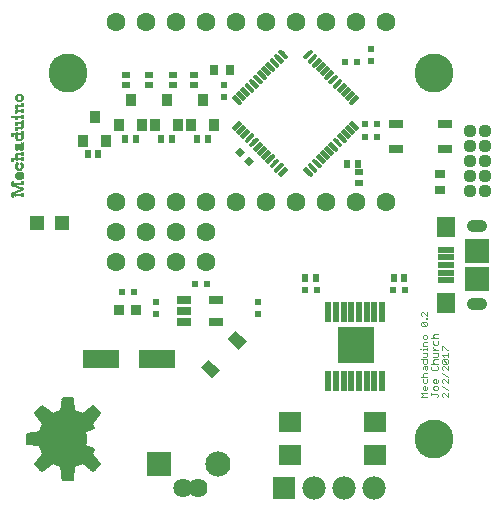
<source format=gts>
G75*
%MOIN*%
%OFA0B0*%
%FSLAX25Y25*%
%IPPOS*%
%LPD*%
%AMOC8*
5,1,8,0,0,1.08239X$1,22.5*
%
%ADD10C,0.00300*%
%ADD11C,0.01328*%
%ADD12R,0.02369X0.02369*%
%ADD13R,0.05124X0.05124*%
%ADD14R,0.01975X0.02762*%
%ADD15R,0.02762X0.01975*%
%ADD16R,0.02369X0.02369*%
%ADD17R,0.02762X0.03550*%
%ADD18R,0.03550X0.02762*%
%ADD19C,0.04400*%
%ADD20R,0.12211X0.05912*%
%ADD21R,0.03550X0.03550*%
%ADD22R,0.07498X0.06699*%
%ADD23R,0.01975X0.06699*%
%ADD24R,0.12211X0.12211*%
%ADD25R,0.08400X0.08400*%
%ADD26C,0.08400*%
%ADD27C,0.12998*%
%ADD28R,0.07800X0.07800*%
%ADD29C,0.07800*%
%ADD30C,0.06400*%
%ADD31R,0.05715X0.01975*%
%ADD32C,0.03943*%
%ADD33R,0.05912X0.06699*%
%ADD34R,0.07880X0.07880*%
%ADD35C,0.00591*%
%ADD36R,0.03550X0.03943*%
%ADD37C,0.06306*%
%ADD38R,0.00025X0.00425*%
%ADD39R,0.00025X0.00350*%
%ADD40R,0.00025X0.00325*%
%ADD41R,0.00025X0.00750*%
%ADD42R,0.00025X0.00650*%
%ADD43R,0.00025X0.00575*%
%ADD44R,0.00025X0.00300*%
%ADD45R,0.00025X0.00675*%
%ADD46R,0.00025X0.01000*%
%ADD47R,0.00025X0.00850*%
%ADD48R,0.00025X0.00875*%
%ADD49R,0.00025X0.01450*%
%ADD50R,0.00025X0.01425*%
%ADD51R,0.00025X0.01150*%
%ADD52R,0.00025X0.01575*%
%ADD53R,0.00025X0.01175*%
%ADD54R,0.00025X0.01075*%
%ADD55R,0.00025X0.00775*%
%ADD56R,0.00025X0.01300*%
%ADD57R,0.00025X0.00600*%
%ADD58R,0.00025X0.01125*%
%ADD59R,0.00025X0.01550*%
%ADD60R,0.00025X0.01625*%
%ADD61R,0.00025X0.01200*%
%ADD62R,0.00025X0.01025*%
%ADD63R,0.00025X0.01275*%
%ADD64R,0.00025X0.00925*%
%ADD65R,0.00025X0.00800*%
%ADD66R,0.00025X0.00725*%
%ADD67R,0.00025X0.01400*%
%ADD68R,0.00025X0.01250*%
%ADD69R,0.00025X0.01100*%
%ADD70R,0.00025X0.01050*%
%ADD71R,0.00025X0.01500*%
%ADD72R,0.00025X0.01350*%
%ADD73R,0.00025X0.01375*%
%ADD74R,0.00025X0.02550*%
%ADD75R,0.00025X0.01675*%
%ADD76R,0.00025X0.01525*%
%ADD77R,0.00025X0.02425*%
%ADD78R,0.00025X0.02600*%
%ADD79R,0.00025X0.01775*%
%ADD80R,0.00025X0.01600*%
%ADD81R,0.00025X0.02450*%
%ADD82R,0.00025X0.02625*%
%ADD83R,0.00025X0.01850*%
%ADD84R,0.00025X0.02500*%
%ADD85R,0.00025X0.02675*%
%ADD86R,0.00025X0.01700*%
%ADD87R,0.00025X0.01925*%
%ADD88R,0.00025X0.01750*%
%ADD89R,0.00025X0.02525*%
%ADD90R,0.00025X0.02700*%
%ADD91R,0.00025X0.02575*%
%ADD92R,0.00025X0.02000*%
%ADD93R,0.00025X0.01825*%
%ADD94R,0.00025X0.02750*%
%ADD95R,0.00025X0.00900*%
%ADD96R,0.00025X0.02050*%
%ADD97R,0.00025X0.01875*%
%ADD98R,0.00025X0.02775*%
%ADD99R,0.00025X0.02075*%
%ADD100R,0.00025X0.02800*%
%ADD101R,0.00025X0.02650*%
%ADD102R,0.00025X0.00950*%
%ADD103R,0.00025X0.01975*%
%ADD104R,0.00025X0.02825*%
%ADD105R,0.00025X0.02100*%
%ADD106R,0.00025X0.02025*%
%ADD107R,0.00025X0.02850*%
%ADD108R,0.00025X0.02875*%
%ADD109R,0.00025X0.02125*%
%ADD110R,0.00025X0.02900*%
%ADD111R,0.00025X0.02725*%
%ADD112R,0.00025X0.02175*%
%ADD113R,0.00025X0.02925*%
%ADD114R,0.00025X0.02150*%
%ADD115R,0.00025X0.02225*%
%ADD116R,0.00025X0.02950*%
%ADD117R,0.00025X0.02275*%
%ADD118R,0.00025X0.02975*%
%ADD119R,0.00025X0.02250*%
%ADD120R,0.00025X0.03000*%
%ADD121R,0.00025X0.02300*%
%ADD122R,0.00025X0.02325*%
%ADD123R,0.00025X0.02375*%
%ADD124R,0.00025X0.03025*%
%ADD125R,0.00025X0.03050*%
%ADD126R,0.00025X0.02400*%
%ADD127R,0.00025X0.01325*%
%ADD128R,0.00025X0.01475*%
%ADD129R,0.00025X0.02475*%
%ADD130R,0.00025X0.03075*%
%ADD131R,0.00025X0.00500*%
%ADD132R,0.00025X0.01225*%
%ADD133R,0.00025X0.00975*%
%ADD134R,0.00025X0.00400*%
%ADD135R,0.00025X0.01725*%
%ADD136R,0.00025X0.00275*%
%ADD137R,0.00025X0.00825*%
%ADD138R,0.00025X0.00200*%
%ADD139R,0.00025X0.00125*%
%ADD140R,0.00025X0.00025*%
%ADD141R,0.00025X0.00700*%
%ADD142R,0.00025X0.00175*%
%ADD143R,0.00025X0.00075*%
%ADD144R,0.00025X0.02200*%
%ADD145R,0.00025X0.00050*%
%ADD146R,0.00025X0.00150*%
%ADD147R,0.00025X0.00475*%
%ADD148R,0.00025X0.02350*%
%ADD149R,0.00025X0.01950*%
%ADD150R,0.00025X0.01800*%
%ADD151R,0.00025X0.01650*%
%ADD152R,0.00025X0.00450*%
%ADD153R,0.00025X0.00375*%
%ADD154R,0.04534X0.02959*%
%ADD155R,0.04534X0.02762*%
%ADD156R,0.03746X0.05124*%
D10*
X0220080Y0080450D02*
X0220781Y0081151D01*
X0220080Y0081851D01*
X0222182Y0081851D01*
X0221831Y0082660D02*
X0221131Y0082660D01*
X0220781Y0083010D01*
X0220781Y0083711D01*
X0221131Y0084061D01*
X0221481Y0084061D01*
X0221481Y0082660D01*
X0221831Y0082660D02*
X0222182Y0083010D01*
X0222182Y0083711D01*
X0221831Y0084870D02*
X0222182Y0085220D01*
X0222182Y0086271D01*
X0222182Y0087080D02*
X0220080Y0087080D01*
X0220781Y0087430D02*
X0220781Y0088131D01*
X0221131Y0088481D01*
X0222182Y0088481D01*
X0221831Y0089290D02*
X0221481Y0089640D01*
X0221481Y0090691D01*
X0221131Y0090691D02*
X0222182Y0090691D01*
X0222182Y0089640D01*
X0221831Y0089290D01*
X0220781Y0089640D02*
X0220781Y0090340D01*
X0221131Y0090691D01*
X0221131Y0091499D02*
X0220781Y0091850D01*
X0220781Y0092901D01*
X0220080Y0092901D02*
X0222182Y0092901D01*
X0222182Y0091850D01*
X0221831Y0091499D01*
X0221131Y0091499D01*
X0220781Y0093709D02*
X0221831Y0093709D01*
X0222182Y0094060D01*
X0222182Y0095110D01*
X0220781Y0095110D01*
X0220781Y0095919D02*
X0220781Y0096269D01*
X0222182Y0096269D01*
X0222182Y0095919D02*
X0222182Y0096620D01*
X0222182Y0097392D02*
X0220781Y0097392D01*
X0220781Y0098443D01*
X0221131Y0098794D01*
X0222182Y0098794D01*
X0221831Y0099602D02*
X0222182Y0099953D01*
X0222182Y0100653D01*
X0221831Y0101003D01*
X0221131Y0101003D01*
X0220781Y0100653D01*
X0220781Y0099953D01*
X0221131Y0099602D01*
X0221831Y0099602D01*
X0223680Y0099971D02*
X0225782Y0099971D01*
X0225782Y0099162D02*
X0225782Y0098111D01*
X0225431Y0097761D01*
X0224731Y0097761D01*
X0224381Y0098111D01*
X0224381Y0099162D01*
X0224731Y0099971D02*
X0224381Y0100321D01*
X0224381Y0101022D01*
X0224731Y0101372D01*
X0225782Y0101372D01*
X0222182Y0104372D02*
X0221831Y0104022D01*
X0220430Y0105423D01*
X0221831Y0105423D01*
X0222182Y0105073D01*
X0222182Y0104372D01*
X0221831Y0104022D02*
X0220430Y0104022D01*
X0220080Y0104372D01*
X0220080Y0105073D01*
X0220430Y0105423D01*
X0221831Y0106232D02*
X0221831Y0106582D01*
X0222182Y0106582D01*
X0222182Y0106232D01*
X0221831Y0106232D01*
X0222182Y0107337D02*
X0220781Y0108738D01*
X0220430Y0108738D01*
X0220080Y0108388D01*
X0220080Y0107687D01*
X0220430Y0107337D01*
X0222182Y0107337D02*
X0222182Y0108738D01*
X0224381Y0096970D02*
X0224381Y0096620D01*
X0225081Y0095919D01*
X0224381Y0095919D02*
X0225782Y0095919D01*
X0225782Y0095110D02*
X0224381Y0095110D01*
X0224381Y0093709D02*
X0225431Y0093709D01*
X0225782Y0094060D01*
X0225782Y0095110D01*
X0227280Y0094410D02*
X0229382Y0094410D01*
X0229382Y0095110D02*
X0229382Y0093709D01*
X0229031Y0092901D02*
X0227630Y0092901D01*
X0229031Y0091499D01*
X0229382Y0091850D01*
X0229382Y0092550D01*
X0229031Y0092901D01*
X0227981Y0093709D02*
X0227280Y0094410D01*
X0227280Y0095919D02*
X0227280Y0097320D01*
X0227630Y0097320D01*
X0229031Y0095919D01*
X0229382Y0095919D01*
X0227630Y0092901D02*
X0227280Y0092550D01*
X0227280Y0091850D01*
X0227630Y0091499D01*
X0229031Y0091499D01*
X0229382Y0090691D02*
X0229382Y0089290D01*
X0227981Y0090691D01*
X0227630Y0090691D01*
X0227280Y0090340D01*
X0227280Y0089640D01*
X0227630Y0089290D01*
X0227280Y0088481D02*
X0229382Y0087080D01*
X0229382Y0086271D02*
X0229382Y0084870D01*
X0227981Y0086271D01*
X0227630Y0086271D01*
X0227280Y0085921D01*
X0227280Y0085220D01*
X0227630Y0084870D01*
X0227280Y0084061D02*
X0229382Y0082660D01*
X0229382Y0081851D02*
X0229382Y0080450D01*
X0227981Y0081851D01*
X0227630Y0081851D01*
X0227280Y0081501D01*
X0227280Y0080800D01*
X0227630Y0080450D01*
X0225782Y0080800D02*
X0225782Y0081151D01*
X0225431Y0081501D01*
X0223680Y0081501D01*
X0223680Y0081151D02*
X0223680Y0081851D01*
X0224731Y0082660D02*
X0225431Y0082660D01*
X0225782Y0083010D01*
X0225782Y0083711D01*
X0225431Y0084061D01*
X0224731Y0084061D01*
X0224381Y0083711D01*
X0224381Y0083010D01*
X0224731Y0082660D01*
X0225782Y0080800D02*
X0225431Y0080450D01*
X0222182Y0080450D02*
X0220080Y0080450D01*
X0221131Y0084870D02*
X0221831Y0084870D01*
X0221131Y0084870D02*
X0220781Y0085220D01*
X0220781Y0086271D01*
X0221131Y0087080D02*
X0220781Y0087430D01*
X0223680Y0089640D02*
X0224030Y0089290D01*
X0225431Y0089290D01*
X0225782Y0089640D01*
X0225782Y0090340D01*
X0225431Y0090691D01*
X0225782Y0091499D02*
X0223680Y0091499D01*
X0224381Y0091850D02*
X0224381Y0092550D01*
X0224731Y0092901D01*
X0225782Y0092901D01*
X0224381Y0091850D02*
X0224731Y0091499D01*
X0224030Y0090691D02*
X0223680Y0090340D01*
X0223680Y0089640D01*
X0224731Y0086271D02*
X0225081Y0086271D01*
X0225081Y0084870D01*
X0224731Y0084870D02*
X0224381Y0085220D01*
X0224381Y0085921D01*
X0224731Y0086271D01*
X0225782Y0085921D02*
X0225782Y0085220D01*
X0225431Y0084870D01*
X0224731Y0084870D01*
X0220080Y0096269D02*
X0219730Y0096269D01*
D11*
X0183404Y0154471D02*
X0181695Y0156180D01*
X0181930Y0156415D01*
X0183639Y0154706D01*
X0183404Y0154471D01*
X0182547Y0155798D02*
X0182077Y0155798D01*
X0183087Y0157572D02*
X0184796Y0155863D01*
X0183087Y0157572D02*
X0183322Y0157807D01*
X0185031Y0156098D01*
X0184796Y0155863D01*
X0183939Y0157190D02*
X0183469Y0157190D01*
X0184479Y0158964D02*
X0186188Y0157255D01*
X0184479Y0158964D02*
X0184714Y0159199D01*
X0186423Y0157490D01*
X0186188Y0157255D01*
X0185331Y0158582D02*
X0184861Y0158582D01*
X0185871Y0160356D02*
X0187580Y0158647D01*
X0185871Y0160356D02*
X0186106Y0160591D01*
X0187815Y0158882D01*
X0187580Y0158647D01*
X0186723Y0159974D02*
X0186253Y0159974D01*
X0187263Y0161748D02*
X0188972Y0160039D01*
X0187263Y0161748D02*
X0187498Y0161983D01*
X0189207Y0160274D01*
X0188972Y0160039D01*
X0188115Y0161366D02*
X0187645Y0161366D01*
X0188655Y0163140D02*
X0190364Y0161431D01*
X0188655Y0163140D02*
X0188890Y0163375D01*
X0190599Y0161666D01*
X0190364Y0161431D01*
X0189507Y0162758D02*
X0189037Y0162758D01*
X0190047Y0164532D02*
X0191756Y0162823D01*
X0190047Y0164532D02*
X0190282Y0164767D01*
X0191991Y0163058D01*
X0191756Y0162823D01*
X0190899Y0164150D02*
X0190429Y0164150D01*
X0191439Y0165924D02*
X0193148Y0164215D01*
X0191439Y0165924D02*
X0191674Y0166159D01*
X0193383Y0164450D01*
X0193148Y0164215D01*
X0192291Y0165542D02*
X0191821Y0165542D01*
X0192831Y0167316D02*
X0194540Y0165607D01*
X0192831Y0167316D02*
X0193066Y0167551D01*
X0194775Y0165842D01*
X0194540Y0165607D01*
X0193683Y0166934D02*
X0193213Y0166934D01*
X0194223Y0168708D02*
X0195932Y0166999D01*
X0194223Y0168708D02*
X0194458Y0168943D01*
X0196167Y0167234D01*
X0195932Y0166999D01*
X0195075Y0168326D02*
X0194605Y0168326D01*
X0195615Y0170100D02*
X0197324Y0168391D01*
X0195615Y0170100D02*
X0195850Y0170335D01*
X0197559Y0168626D01*
X0197324Y0168391D01*
X0196467Y0169718D02*
X0195997Y0169718D01*
X0197007Y0171492D02*
X0198716Y0169783D01*
X0197007Y0171492D02*
X0197242Y0171727D01*
X0198951Y0170018D01*
X0198716Y0169783D01*
X0197859Y0171110D02*
X0197389Y0171110D01*
X0197242Y0178273D02*
X0198951Y0179982D01*
X0197242Y0178273D02*
X0197007Y0178508D01*
X0198716Y0180217D01*
X0198951Y0179982D01*
X0198569Y0179600D02*
X0198099Y0179600D01*
X0197559Y0181374D02*
X0195850Y0179665D01*
X0195615Y0179900D01*
X0197324Y0181609D01*
X0197559Y0181374D01*
X0197177Y0180992D02*
X0196707Y0180992D01*
X0196167Y0182766D02*
X0194458Y0181057D01*
X0194223Y0181292D01*
X0195932Y0183001D01*
X0196167Y0182766D01*
X0195785Y0182384D02*
X0195315Y0182384D01*
X0194775Y0184158D02*
X0193066Y0182449D01*
X0192831Y0182684D01*
X0194540Y0184393D01*
X0194775Y0184158D01*
X0194393Y0183776D02*
X0193923Y0183776D01*
X0193383Y0185550D02*
X0191674Y0183841D01*
X0191439Y0184076D01*
X0193148Y0185785D01*
X0193383Y0185550D01*
X0193001Y0185168D02*
X0192531Y0185168D01*
X0191991Y0186942D02*
X0190282Y0185233D01*
X0190047Y0185468D01*
X0191756Y0187177D01*
X0191991Y0186942D01*
X0191609Y0186560D02*
X0191139Y0186560D01*
X0190599Y0188334D02*
X0188890Y0186625D01*
X0188655Y0186860D01*
X0190364Y0188569D01*
X0190599Y0188334D01*
X0190217Y0187952D02*
X0189747Y0187952D01*
X0189207Y0189726D02*
X0187498Y0188017D01*
X0187263Y0188252D01*
X0188972Y0189961D01*
X0189207Y0189726D01*
X0188825Y0189344D02*
X0188355Y0189344D01*
X0187815Y0191118D02*
X0186106Y0189409D01*
X0185871Y0189644D01*
X0187580Y0191353D01*
X0187815Y0191118D01*
X0187433Y0190736D02*
X0186963Y0190736D01*
X0186423Y0192510D02*
X0184714Y0190801D01*
X0184479Y0191036D01*
X0186188Y0192745D01*
X0186423Y0192510D01*
X0186041Y0192128D02*
X0185571Y0192128D01*
X0185031Y0193902D02*
X0183322Y0192193D01*
X0183087Y0192428D01*
X0184796Y0194137D01*
X0185031Y0193902D01*
X0184649Y0193520D02*
X0184179Y0193520D01*
X0183639Y0195294D02*
X0181930Y0193585D01*
X0181695Y0193820D01*
X0183404Y0195529D01*
X0183639Y0195294D01*
X0183257Y0194912D02*
X0182787Y0194912D01*
X0174913Y0193585D02*
X0173204Y0195294D01*
X0173439Y0195529D01*
X0175148Y0193820D01*
X0174913Y0193585D01*
X0174056Y0194912D02*
X0173586Y0194912D01*
X0171812Y0193902D02*
X0173521Y0192193D01*
X0171812Y0193902D02*
X0172047Y0194137D01*
X0173756Y0192428D01*
X0173521Y0192193D01*
X0172664Y0193520D02*
X0172194Y0193520D01*
X0170420Y0192510D02*
X0172129Y0190801D01*
X0170420Y0192510D02*
X0170655Y0192745D01*
X0172364Y0191036D01*
X0172129Y0190801D01*
X0171272Y0192128D02*
X0170802Y0192128D01*
X0169028Y0191118D02*
X0170737Y0189409D01*
X0169028Y0191118D02*
X0169263Y0191353D01*
X0170972Y0189644D01*
X0170737Y0189409D01*
X0169880Y0190736D02*
X0169410Y0190736D01*
X0167637Y0189726D02*
X0169346Y0188017D01*
X0167637Y0189726D02*
X0167872Y0189961D01*
X0169581Y0188252D01*
X0169346Y0188017D01*
X0168489Y0189344D02*
X0168019Y0189344D01*
X0166245Y0188334D02*
X0167954Y0186625D01*
X0166245Y0188334D02*
X0166480Y0188569D01*
X0168189Y0186860D01*
X0167954Y0186625D01*
X0167097Y0187952D02*
X0166627Y0187952D01*
X0164853Y0186942D02*
X0166562Y0185233D01*
X0164853Y0186942D02*
X0165088Y0187177D01*
X0166797Y0185468D01*
X0166562Y0185233D01*
X0165705Y0186560D02*
X0165235Y0186560D01*
X0163461Y0185550D02*
X0165170Y0183841D01*
X0163461Y0185550D02*
X0163696Y0185785D01*
X0165405Y0184076D01*
X0165170Y0183841D01*
X0164313Y0185168D02*
X0163843Y0185168D01*
X0162069Y0184158D02*
X0163778Y0182449D01*
X0162069Y0184158D02*
X0162304Y0184393D01*
X0164013Y0182684D01*
X0163778Y0182449D01*
X0162921Y0183776D02*
X0162451Y0183776D01*
X0160677Y0182766D02*
X0162386Y0181057D01*
X0160677Y0182766D02*
X0160912Y0183001D01*
X0162621Y0181292D01*
X0162386Y0181057D01*
X0161529Y0182384D02*
X0161059Y0182384D01*
X0159285Y0181374D02*
X0160994Y0179665D01*
X0159285Y0181374D02*
X0159520Y0181609D01*
X0161229Y0179900D01*
X0160994Y0179665D01*
X0160137Y0180992D02*
X0159667Y0180992D01*
X0157893Y0179982D02*
X0159602Y0178273D01*
X0157893Y0179982D02*
X0158128Y0180217D01*
X0159837Y0178508D01*
X0159602Y0178273D01*
X0158745Y0179600D02*
X0158275Y0179600D01*
X0159837Y0171492D02*
X0158128Y0169783D01*
X0157893Y0170018D01*
X0159602Y0171727D01*
X0159837Y0171492D01*
X0159455Y0171110D02*
X0158985Y0171110D01*
X0161229Y0170100D02*
X0159520Y0168391D01*
X0159285Y0168626D01*
X0160994Y0170335D01*
X0161229Y0170100D01*
X0160847Y0169718D02*
X0160377Y0169718D01*
X0162621Y0168708D02*
X0160912Y0166999D01*
X0160677Y0167234D01*
X0162386Y0168943D01*
X0162621Y0168708D01*
X0162239Y0168326D02*
X0161769Y0168326D01*
X0164013Y0167316D02*
X0162304Y0165607D01*
X0162069Y0165842D01*
X0163778Y0167551D01*
X0164013Y0167316D01*
X0163631Y0166934D02*
X0163161Y0166934D01*
X0165405Y0165924D02*
X0163696Y0164215D01*
X0163461Y0164450D01*
X0165170Y0166159D01*
X0165405Y0165924D01*
X0165023Y0165542D02*
X0164553Y0165542D01*
X0166797Y0164532D02*
X0165088Y0162823D01*
X0164853Y0163058D01*
X0166562Y0164767D01*
X0166797Y0164532D01*
X0166415Y0164150D02*
X0165945Y0164150D01*
X0168189Y0163140D02*
X0166480Y0161431D01*
X0166245Y0161666D01*
X0167954Y0163375D01*
X0168189Y0163140D01*
X0167807Y0162758D02*
X0167337Y0162758D01*
X0169581Y0161748D02*
X0167872Y0160039D01*
X0167637Y0160274D01*
X0169346Y0161983D01*
X0169581Y0161748D01*
X0169199Y0161366D02*
X0168729Y0161366D01*
X0170972Y0160356D02*
X0169263Y0158647D01*
X0169028Y0158882D01*
X0170737Y0160591D01*
X0170972Y0160356D01*
X0170590Y0159974D02*
X0170120Y0159974D01*
X0172364Y0158964D02*
X0170655Y0157255D01*
X0170420Y0157490D01*
X0172129Y0159199D01*
X0172364Y0158964D01*
X0171982Y0158582D02*
X0171512Y0158582D01*
X0173756Y0157572D02*
X0172047Y0155863D01*
X0171812Y0156098D01*
X0173521Y0157807D01*
X0173756Y0157572D01*
X0173374Y0157190D02*
X0172904Y0157190D01*
X0175148Y0156180D02*
X0173439Y0154471D01*
X0173204Y0154706D01*
X0174913Y0156415D01*
X0175148Y0156180D01*
X0174766Y0155798D02*
X0174296Y0155798D01*
D12*
X0201453Y0167000D03*
X0205390Y0167000D03*
X0205390Y0171500D03*
X0201453Y0171500D03*
X0198890Y0192000D03*
X0194953Y0192000D03*
X0203422Y0192531D03*
X0203422Y0196469D03*
X0154422Y0184469D03*
X0154422Y0180531D03*
X0148890Y0118000D03*
X0144953Y0118000D03*
X0131922Y0111969D03*
X0131922Y0108031D03*
X0124390Y0115500D03*
X0120453Y0115500D03*
X0165922Y0111969D03*
X0165922Y0108031D03*
X0181453Y0116000D03*
X0185390Y0116000D03*
X0210953Y0116000D03*
X0214890Y0116000D03*
D13*
X0100556Y0138500D03*
X0092288Y0138500D03*
D14*
X0109150Y0161500D03*
X0112693Y0161500D03*
X0121650Y0166500D03*
X0125193Y0166500D03*
X0133650Y0166500D03*
X0137193Y0166500D03*
X0145650Y0166500D03*
X0149193Y0166500D03*
X0195650Y0157900D03*
X0199193Y0157900D03*
X0211150Y0120000D03*
X0214693Y0120000D03*
X0185193Y0120000D03*
X0181650Y0120000D03*
D15*
X0199422Y0151728D03*
X0199422Y0155272D03*
X0144422Y0184228D03*
X0144422Y0187772D03*
X0137422Y0187772D03*
X0137422Y0184228D03*
X0129422Y0184228D03*
X0129422Y0187772D03*
X0121922Y0187772D03*
X0121922Y0184228D03*
D16*
G36*
X0160030Y0163566D02*
X0161704Y0161892D01*
X0160030Y0160218D01*
X0158356Y0161892D01*
X0160030Y0163566D01*
G37*
G36*
X0162814Y0160782D02*
X0164488Y0159108D01*
X0162814Y0157434D01*
X0161140Y0159108D01*
X0162814Y0160782D01*
G37*
D17*
X0156678Y0189500D03*
X0151166Y0189500D03*
D18*
X0226422Y0154756D03*
X0226422Y0149244D03*
D19*
X0236422Y0149000D03*
X0241422Y0149000D03*
X0241422Y0154000D03*
X0241422Y0159000D03*
X0241422Y0164000D03*
X0241422Y0169000D03*
X0236422Y0169000D03*
X0236422Y0164000D03*
X0236422Y0159000D03*
X0236422Y0154000D03*
D20*
X0132371Y0093000D03*
X0113473Y0093000D03*
D21*
X0119469Y0109500D03*
X0125374Y0109500D03*
D22*
X0176472Y0072198D03*
X0176472Y0061002D03*
X0204972Y0060882D03*
X0204972Y0072078D03*
D23*
X0204673Y0085592D03*
X0207232Y0085592D03*
X0202113Y0085592D03*
X0199554Y0085592D03*
X0196995Y0085592D03*
X0194436Y0085592D03*
X0191877Y0085592D03*
X0189318Y0085592D03*
X0189318Y0108820D03*
X0191877Y0108820D03*
X0194436Y0108820D03*
X0196995Y0108820D03*
X0199554Y0108820D03*
X0202113Y0108820D03*
X0204673Y0108820D03*
X0207232Y0108820D03*
D24*
X0198472Y0097600D03*
D25*
X0133022Y0057950D03*
D26*
X0152707Y0057950D03*
D27*
X0102398Y0066476D03*
X0224445Y0066476D03*
X0224445Y0188524D03*
X0102398Y0188524D03*
D28*
X0174422Y0050000D03*
D29*
X0184422Y0050000D03*
X0194422Y0050000D03*
X0204422Y0050000D03*
D30*
X0145922Y0050000D03*
X0140922Y0050000D03*
D31*
X0228422Y0119276D03*
X0228422Y0121835D03*
X0228422Y0124394D03*
X0228422Y0126953D03*
X0228422Y0129512D03*
D32*
X0237556Y0137386D02*
X0237556Y0137386D01*
X0240312Y0137386D01*
X0240312Y0137386D01*
X0237556Y0137386D01*
X0237556Y0111402D02*
X0237556Y0111402D01*
X0240312Y0111402D01*
X0240312Y0111402D01*
X0237556Y0111402D01*
D33*
X0228422Y0111795D03*
X0228422Y0136992D03*
D34*
X0238953Y0129118D03*
X0238953Y0119669D03*
D35*
X0093938Y0055642D02*
X0091563Y0058017D01*
X0094387Y0061480D01*
X0093883Y0062397D01*
X0093482Y0063364D01*
X0093191Y0064369D01*
X0088745Y0064821D01*
X0088745Y0068179D01*
X0093191Y0068631D01*
X0093482Y0069636D01*
X0093883Y0070603D01*
X0094387Y0071520D01*
X0091563Y0074983D01*
X0093938Y0077358D01*
X0097402Y0074534D01*
X0098319Y0075039D01*
X0099285Y0075439D01*
X0100291Y0075731D01*
X0100743Y0080177D01*
X0104101Y0080177D01*
X0104553Y0075731D01*
X0105558Y0075439D01*
X0106525Y0075039D01*
X0107442Y0074534D01*
X0110905Y0077358D01*
X0113280Y0074983D01*
X0110456Y0071520D01*
X0110844Y0070838D01*
X0111174Y0070126D01*
X0106400Y0068148D01*
X0106022Y0068862D01*
X0105518Y0069493D01*
X0104905Y0070018D01*
X0104204Y0070420D01*
X0103441Y0070684D01*
X0102642Y0070800D01*
X0101835Y0070766D01*
X0101049Y0070581D01*
X0100311Y0070253D01*
X0099647Y0069793D01*
X0099081Y0069217D01*
X0098633Y0068546D01*
X0098317Y0067803D01*
X0098146Y0067013D01*
X0098126Y0066206D01*
X0098256Y0065409D01*
X0098533Y0064650D01*
X0098947Y0063957D01*
X0099483Y0063353D01*
X0100122Y0062859D01*
X0100842Y0062494D01*
X0101618Y0062269D01*
X0102422Y0062194D01*
X0103143Y0062255D01*
X0103844Y0062435D01*
X0104505Y0062731D01*
X0105107Y0063133D01*
X0105633Y0063630D01*
X0106068Y0064209D01*
X0106400Y0064852D01*
X0111174Y0062874D01*
X0110844Y0062162D01*
X0110456Y0061480D01*
X0113280Y0058017D01*
X0110905Y0055642D01*
X0107442Y0058466D01*
X0106525Y0057961D01*
X0105558Y0057561D01*
X0104553Y0057269D01*
X0104101Y0052823D01*
X0100743Y0052823D01*
X0100291Y0057269D01*
X0099285Y0057561D01*
X0098319Y0057961D01*
X0097402Y0058466D01*
X0093938Y0055642D01*
X0093388Y0056192D02*
X0094613Y0056192D01*
X0095336Y0056781D02*
X0092799Y0056781D01*
X0092210Y0057370D02*
X0096058Y0057370D01*
X0096781Y0057959D02*
X0091621Y0057959D01*
X0091997Y0058548D02*
X0112846Y0058548D01*
X0113223Y0057959D02*
X0108063Y0057959D01*
X0108785Y0057370D02*
X0112634Y0057370D01*
X0112045Y0056781D02*
X0109508Y0056781D01*
X0110230Y0056192D02*
X0111456Y0056192D01*
X0112366Y0059137D02*
X0092477Y0059137D01*
X0092958Y0059727D02*
X0111886Y0059727D01*
X0111405Y0060316D02*
X0093438Y0060316D01*
X0093918Y0060905D02*
X0110925Y0060905D01*
X0110464Y0061494D02*
X0094380Y0061494D01*
X0094056Y0062083D02*
X0110799Y0062083D01*
X0111080Y0062672D02*
X0104373Y0062672D01*
X0105242Y0063261D02*
X0110241Y0063261D01*
X0108819Y0063850D02*
X0105798Y0063850D01*
X0106187Y0064439D02*
X0107397Y0064439D01*
X0100491Y0062672D02*
X0093769Y0062672D01*
X0093525Y0063261D02*
X0099602Y0063261D01*
X0099041Y0063850D02*
X0093341Y0063850D01*
X0092501Y0064439D02*
X0098659Y0064439D01*
X0098395Y0065028D02*
X0088745Y0065028D01*
X0088745Y0065617D02*
X0098222Y0065617D01*
X0098126Y0066206D02*
X0088745Y0066206D01*
X0088745Y0066795D02*
X0098141Y0066795D01*
X0098227Y0067384D02*
X0088745Y0067384D01*
X0088745Y0067973D02*
X0098390Y0067973D01*
X0098644Y0068563D02*
X0092516Y0068563D01*
X0093342Y0069152D02*
X0099037Y0069152D01*
X0099596Y0069741D02*
X0093526Y0069741D01*
X0093770Y0070330D02*
X0100483Y0070330D01*
X0104362Y0070330D02*
X0111079Y0070330D01*
X0110798Y0070919D02*
X0094057Y0070919D01*
X0094381Y0071508D02*
X0110463Y0071508D01*
X0110926Y0072097D02*
X0093917Y0072097D01*
X0093437Y0072686D02*
X0111407Y0072686D01*
X0111887Y0073275D02*
X0092957Y0073275D01*
X0092476Y0073864D02*
X0112367Y0073864D01*
X0112848Y0074453D02*
X0091996Y0074453D01*
X0091622Y0075042D02*
X0096779Y0075042D01*
X0096056Y0075631D02*
X0092211Y0075631D01*
X0092800Y0076220D02*
X0095334Y0076220D01*
X0094611Y0076809D02*
X0093389Y0076809D01*
X0098326Y0075042D02*
X0106517Y0075042D01*
X0108065Y0075042D02*
X0113221Y0075042D01*
X0112632Y0075631D02*
X0108787Y0075631D01*
X0109510Y0076220D02*
X0112043Y0076220D01*
X0111454Y0076809D02*
X0110232Y0076809D01*
X0104896Y0075631D02*
X0099948Y0075631D01*
X0100340Y0076220D02*
X0104503Y0076220D01*
X0104443Y0076809D02*
X0100400Y0076809D01*
X0100460Y0077398D02*
X0104383Y0077398D01*
X0104323Y0077988D02*
X0100520Y0077988D01*
X0100580Y0078577D02*
X0104264Y0078577D01*
X0104204Y0079166D02*
X0100640Y0079166D01*
X0100700Y0079755D02*
X0104144Y0079755D01*
X0105229Y0069741D02*
X0110245Y0069741D01*
X0108823Y0069152D02*
X0105791Y0069152D01*
X0106181Y0068563D02*
X0107401Y0068563D01*
X0106521Y0057959D02*
X0098323Y0057959D01*
X0099942Y0057370D02*
X0104901Y0057370D01*
X0104503Y0056781D02*
X0100340Y0056781D01*
X0100400Y0056192D02*
X0104443Y0056192D01*
X0104383Y0055603D02*
X0100460Y0055603D01*
X0100520Y0055014D02*
X0104324Y0055014D01*
X0104264Y0054425D02*
X0100580Y0054425D01*
X0100640Y0053836D02*
X0104204Y0053836D01*
X0104144Y0053247D02*
X0100700Y0053247D01*
D36*
X0107682Y0165563D03*
X0115162Y0165563D03*
X0119682Y0171063D03*
X0127162Y0171063D03*
X0131682Y0171063D03*
X0139162Y0171063D03*
X0143682Y0171063D03*
X0151162Y0171063D03*
X0147422Y0179331D03*
X0135422Y0179331D03*
X0123422Y0179331D03*
X0111422Y0173831D03*
D37*
X0118422Y0145500D03*
X0128422Y0145500D03*
X0138422Y0145500D03*
X0148422Y0145500D03*
X0158422Y0145500D03*
X0168422Y0145500D03*
X0178422Y0145500D03*
X0188422Y0145500D03*
X0198422Y0145500D03*
X0208422Y0145500D03*
X0148422Y0135500D03*
X0138422Y0135500D03*
X0128422Y0135500D03*
X0118422Y0135500D03*
X0118422Y0125500D03*
X0128422Y0125500D03*
X0138422Y0125500D03*
X0148422Y0125500D03*
X0148422Y0205500D03*
X0158422Y0205500D03*
X0168422Y0205500D03*
X0178422Y0205500D03*
X0188422Y0205500D03*
X0198422Y0205500D03*
X0208422Y0205500D03*
X0138422Y0205500D03*
X0128422Y0205500D03*
X0118422Y0205500D03*
D38*
X0087947Y0154175D03*
D39*
X0085122Y0154113D03*
X0087947Y0157213D03*
X0085897Y0162838D03*
X0085172Y0167013D03*
X0087897Y0170613D03*
X0084797Y0173662D03*
X0083947Y0173662D03*
X0087947Y0179987D03*
D40*
X0085172Y0180000D03*
X0085197Y0176900D03*
X0087947Y0163375D03*
X0085197Y0160725D03*
D41*
X0085247Y0160738D03*
X0086922Y0162763D03*
X0087222Y0162763D03*
X0087247Y0162763D03*
X0087897Y0163338D03*
X0087172Y0164388D03*
X0086322Y0164388D03*
X0086197Y0164388D03*
X0086172Y0164388D03*
X0086147Y0164388D03*
X0086122Y0164388D03*
X0086097Y0164388D03*
X0086472Y0166038D03*
X0086622Y0166038D03*
X0084622Y0173662D03*
X0084122Y0173662D03*
X0086347Y0178987D03*
X0086372Y0178987D03*
X0086472Y0178962D03*
X0086497Y0178962D03*
X0086522Y0178962D03*
X0086547Y0178962D03*
X0086572Y0178962D03*
X0086597Y0178962D03*
X0086622Y0178962D03*
X0086747Y0178987D03*
X0086722Y0181012D03*
X0086697Y0181012D03*
X0086672Y0181012D03*
X0086447Y0181012D03*
X0086422Y0181012D03*
X0086397Y0181012D03*
X0086097Y0158138D03*
X0087922Y0154188D03*
X0086972Y0153163D03*
X0086922Y0153138D03*
X0086897Y0153138D03*
X0086822Y0153113D03*
X0086797Y0153113D03*
X0086772Y0153113D03*
X0086172Y0153138D03*
X0086147Y0153138D03*
X0086122Y0153138D03*
X0086097Y0153163D03*
X0086072Y0153163D03*
X0086047Y0153163D03*
X0086022Y0153188D03*
X0085272Y0150588D03*
X0085397Y0150538D03*
X0085472Y0150513D03*
X0085522Y0150488D03*
X0085597Y0150463D03*
X0085647Y0150438D03*
X0085672Y0150438D03*
X0085722Y0150413D03*
X0085772Y0150388D03*
X0085797Y0150388D03*
X0085847Y0150363D03*
X0085872Y0150363D03*
X0085897Y0150338D03*
X0085922Y0150338D03*
X0085972Y0150313D03*
X0085997Y0150313D03*
X0086022Y0150288D03*
X0086047Y0150288D03*
X0086097Y0150263D03*
X0086122Y0150263D03*
X0086147Y0150238D03*
X0086172Y0150238D03*
X0086197Y0150238D03*
X0086222Y0150213D03*
X0086247Y0150213D03*
X0086272Y0150188D03*
X0086297Y0150188D03*
X0086322Y0150188D03*
X0086347Y0150163D03*
X0086372Y0150163D03*
X0086422Y0150138D03*
X0086447Y0150138D03*
X0086472Y0150113D03*
X0086497Y0150113D03*
X0086522Y0150113D03*
X0086547Y0150088D03*
X0086572Y0150088D03*
X0086622Y0150063D03*
X0086647Y0150063D03*
X0086672Y0150038D03*
X0086697Y0150038D03*
X0086747Y0150013D03*
X0086772Y0150013D03*
X0087797Y0149588D03*
D42*
X0087272Y0154738D03*
X0085147Y0154113D03*
X0087922Y0157213D03*
X0085197Y0167013D03*
X0084697Y0173662D03*
X0084047Y0173662D03*
D43*
X0087897Y0167000D03*
X0087922Y0163350D03*
X0085222Y0160725D03*
D44*
X0087922Y0167013D03*
D45*
X0087922Y0180000D03*
X0085197Y0180000D03*
D46*
X0085897Y0180737D03*
X0087222Y0180737D03*
X0085947Y0177362D03*
X0085997Y0175762D03*
X0087147Y0167888D03*
X0087172Y0166288D03*
X0085922Y0166288D03*
X0085247Y0167013D03*
X0086322Y0163488D03*
X0087847Y0163338D03*
X0085297Y0160738D03*
X0087872Y0157213D03*
X0087197Y0156463D03*
X0085772Y0154763D03*
X0085197Y0154113D03*
X0085772Y0153413D03*
X0087897Y0154188D03*
X0087522Y0149588D03*
X0087497Y0149588D03*
X0087472Y0149588D03*
D47*
X0087672Y0149588D03*
X0087697Y0149588D03*
X0085922Y0148838D03*
X0085622Y0148713D03*
X0085497Y0148663D03*
X0085447Y0148638D03*
X0085372Y0148613D03*
X0085322Y0148588D03*
X0085197Y0148538D03*
X0085147Y0148513D03*
X0085847Y0153313D03*
X0085172Y0154113D03*
X0085847Y0154863D03*
X0085872Y0154888D03*
X0086122Y0156288D03*
X0086097Y0156313D03*
X0087022Y0156313D03*
X0087897Y0157213D03*
X0087072Y0158113D03*
X0087047Y0158138D03*
X0085997Y0158088D03*
X0086122Y0161263D03*
X0087322Y0162813D03*
X0086997Y0166138D03*
X0087022Y0166163D03*
X0086147Y0166113D03*
X0086097Y0166138D03*
X0085222Y0167013D03*
X0086047Y0167963D03*
X0087022Y0167963D03*
X0087047Y0169988D03*
X0087072Y0169988D03*
X0087122Y0170013D03*
X0087047Y0171713D03*
X0087022Y0171713D03*
X0084547Y0173662D03*
X0084522Y0173662D03*
X0084497Y0173662D03*
X0084247Y0173662D03*
X0084222Y0173662D03*
X0084197Y0173662D03*
X0086147Y0175687D03*
X0086147Y0177462D03*
X0086172Y0177462D03*
X0086197Y0177462D03*
X0086072Y0179087D03*
X0086047Y0179112D03*
X0087022Y0179087D03*
X0087047Y0179087D03*
X0087072Y0179112D03*
X0087072Y0180887D03*
X0087047Y0180887D03*
X0087022Y0180912D03*
X0086047Y0180887D03*
X0085222Y0179987D03*
X0087122Y0153263D03*
D48*
X0087147Y0153275D03*
X0087172Y0153300D03*
X0085822Y0153325D03*
X0087647Y0149600D03*
X0087047Y0156325D03*
X0087072Y0156350D03*
X0086072Y0156325D03*
X0087097Y0158100D03*
X0086122Y0159625D03*
X0086097Y0161250D03*
X0086072Y0161250D03*
X0086822Y0162850D03*
X0087872Y0163350D03*
X0085922Y0164300D03*
X0086072Y0166150D03*
X0086047Y0166175D03*
X0087047Y0166175D03*
X0087047Y0167950D03*
X0086022Y0167950D03*
X0087097Y0170000D03*
X0087147Y0170025D03*
X0087097Y0171700D03*
X0087072Y0171700D03*
X0084472Y0173675D03*
X0084272Y0173675D03*
X0086097Y0175700D03*
X0086122Y0175700D03*
X0086122Y0177450D03*
X0086097Y0177450D03*
X0086022Y0179125D03*
X0085997Y0179150D03*
X0087097Y0179125D03*
X0087897Y0180000D03*
X0087097Y0180875D03*
X0086022Y0180875D03*
X0085997Y0180850D03*
D49*
X0087772Y0179987D03*
X0087772Y0157213D03*
X0086947Y0149588D03*
X0087197Y0147613D03*
X0087222Y0147613D03*
X0087247Y0147613D03*
X0087272Y0147613D03*
X0087297Y0147613D03*
X0087322Y0147613D03*
X0087347Y0147613D03*
X0087372Y0147613D03*
X0087397Y0147613D03*
X0087422Y0147613D03*
X0087447Y0147613D03*
X0087472Y0147613D03*
X0087497Y0147613D03*
X0087522Y0147613D03*
X0087547Y0147613D03*
X0087572Y0147613D03*
X0087597Y0147613D03*
X0087622Y0147613D03*
X0087647Y0147613D03*
X0087672Y0147613D03*
X0087697Y0147613D03*
X0087722Y0147613D03*
X0087747Y0147613D03*
X0087772Y0147613D03*
X0087797Y0147613D03*
X0087822Y0147613D03*
X0087847Y0147613D03*
X0087872Y0147613D03*
D50*
X0086972Y0149575D03*
X0087197Y0151575D03*
X0087222Y0151575D03*
X0087247Y0151575D03*
X0087272Y0151575D03*
X0087297Y0151575D03*
X0087322Y0151575D03*
X0087347Y0151575D03*
X0087372Y0151575D03*
X0087397Y0151575D03*
X0087422Y0151575D03*
X0087447Y0151575D03*
X0087472Y0151575D03*
X0087497Y0151575D03*
X0087522Y0151575D03*
X0087547Y0151575D03*
X0087572Y0151575D03*
X0087597Y0151575D03*
X0087622Y0151575D03*
X0087647Y0151575D03*
X0087672Y0151575D03*
X0087697Y0151575D03*
X0087722Y0151575D03*
X0087747Y0151575D03*
X0087772Y0151575D03*
X0087797Y0151575D03*
X0087822Y0151575D03*
X0087847Y0151575D03*
X0087872Y0151575D03*
X0085297Y0154100D03*
X0085447Y0160725D03*
X0087272Y0171750D03*
X0085422Y0176875D03*
X0085347Y0180000D03*
D51*
X0087847Y0179987D03*
X0087772Y0170613D03*
X0087797Y0166988D03*
X0084572Y0167813D03*
X0084547Y0167813D03*
X0084522Y0167813D03*
X0084497Y0167813D03*
X0084472Y0167813D03*
X0084447Y0167813D03*
X0084422Y0167813D03*
X0084397Y0167813D03*
X0084372Y0167813D03*
X0084347Y0167813D03*
X0084322Y0167813D03*
X0084297Y0167813D03*
X0084272Y0167813D03*
X0084247Y0167813D03*
X0084222Y0167813D03*
X0084197Y0167813D03*
X0084172Y0167813D03*
X0084147Y0167813D03*
X0084122Y0167813D03*
X0084097Y0167813D03*
X0084072Y0167813D03*
X0084047Y0167813D03*
X0084022Y0167813D03*
X0083997Y0167813D03*
X0083972Y0167813D03*
X0083947Y0167813D03*
X0083922Y0167813D03*
X0083897Y0167813D03*
X0087797Y0163338D03*
X0085347Y0160738D03*
X0087847Y0157213D03*
X0087247Y0156563D03*
X0087872Y0154188D03*
X0087322Y0149588D03*
X0087297Y0149588D03*
D52*
X0086797Y0149575D03*
X0084872Y0148025D03*
X0084847Y0148025D03*
X0084822Y0148025D03*
X0084022Y0147675D03*
X0084822Y0151150D03*
X0084847Y0151150D03*
X0084872Y0151150D03*
X0085347Y0154100D03*
X0087772Y0154200D03*
X0087772Y0159575D03*
X0087797Y0159575D03*
X0087822Y0159575D03*
X0087847Y0159575D03*
X0087872Y0159575D03*
X0087747Y0159575D03*
X0087722Y0159575D03*
X0087697Y0159575D03*
X0087672Y0159575D03*
X0087647Y0159575D03*
X0087622Y0159575D03*
X0087597Y0159575D03*
X0087572Y0159575D03*
X0087547Y0159575D03*
X0087522Y0159575D03*
X0087497Y0159575D03*
X0087472Y0159575D03*
X0087447Y0159575D03*
X0087422Y0159575D03*
X0087397Y0159575D03*
X0087372Y0159575D03*
X0087347Y0159575D03*
X0087322Y0159575D03*
X0087297Y0159575D03*
X0087272Y0159575D03*
X0087247Y0159575D03*
X0087222Y0159575D03*
X0087197Y0159575D03*
D53*
X0087197Y0161500D03*
X0087222Y0161500D03*
X0087247Y0161500D03*
X0087272Y0161500D03*
X0087297Y0161500D03*
X0087322Y0161500D03*
X0087347Y0161500D03*
X0087372Y0161500D03*
X0087397Y0161500D03*
X0087422Y0161500D03*
X0087447Y0161500D03*
X0087472Y0161500D03*
X0087497Y0161500D03*
X0087522Y0161500D03*
X0087547Y0161500D03*
X0087572Y0161500D03*
X0087597Y0161500D03*
X0087622Y0161500D03*
X0087647Y0161500D03*
X0087672Y0161500D03*
X0087697Y0161500D03*
X0087722Y0161500D03*
X0087747Y0161500D03*
X0087772Y0161500D03*
X0087797Y0161500D03*
X0087822Y0161500D03*
X0087847Y0161500D03*
X0087872Y0161500D03*
X0087222Y0164525D03*
X0085872Y0167800D03*
X0085872Y0169775D03*
X0085897Y0169775D03*
X0085922Y0169775D03*
X0085847Y0169775D03*
X0085822Y0169775D03*
X0085797Y0169775D03*
X0085772Y0169775D03*
X0085747Y0169775D03*
X0085722Y0169775D03*
X0085697Y0169775D03*
X0085672Y0169775D03*
X0085647Y0169775D03*
X0085622Y0169775D03*
X0085597Y0169775D03*
X0085572Y0169775D03*
X0085547Y0169775D03*
X0085522Y0169775D03*
X0085497Y0169775D03*
X0085472Y0169775D03*
X0085447Y0169775D03*
X0085422Y0169775D03*
X0085397Y0169775D03*
X0085372Y0169775D03*
X0085347Y0169775D03*
X0085322Y0169775D03*
X0085297Y0169775D03*
X0085272Y0169775D03*
X0085247Y0169775D03*
X0085247Y0173450D03*
X0085272Y0173450D03*
X0085297Y0173450D03*
X0085322Y0173450D03*
X0085347Y0173450D03*
X0085372Y0173450D03*
X0085397Y0173450D03*
X0085422Y0173450D03*
X0085447Y0173450D03*
X0085472Y0173450D03*
X0085497Y0173450D03*
X0085522Y0173450D03*
X0085547Y0173450D03*
X0085572Y0173450D03*
X0085597Y0173450D03*
X0085622Y0173450D03*
X0085647Y0173450D03*
X0085672Y0173450D03*
X0085697Y0173450D03*
X0085722Y0173450D03*
X0085747Y0173450D03*
X0085772Y0173450D03*
X0085797Y0173450D03*
X0085822Y0173450D03*
X0085847Y0173450D03*
X0085872Y0173450D03*
X0085897Y0173450D03*
X0085922Y0173450D03*
X0085272Y0157200D03*
D54*
X0085897Y0157975D03*
X0085997Y0159725D03*
X0085322Y0160750D03*
X0087222Y0156500D03*
X0087772Y0164575D03*
X0087797Y0164575D03*
X0087822Y0164575D03*
X0087847Y0164575D03*
X0087872Y0164575D03*
X0085897Y0167850D03*
X0087297Y0170175D03*
X0085947Y0175800D03*
X0085872Y0179300D03*
X0085872Y0180700D03*
D55*
X0086247Y0180975D03*
X0086297Y0181000D03*
X0086322Y0181000D03*
X0086347Y0181000D03*
X0086372Y0181000D03*
X0086472Y0181025D03*
X0086497Y0181025D03*
X0086522Y0181025D03*
X0086547Y0181025D03*
X0086572Y0181025D03*
X0086597Y0181025D03*
X0086622Y0181025D03*
X0086647Y0181025D03*
X0086747Y0181000D03*
X0086772Y0181000D03*
X0086797Y0181000D03*
X0086872Y0180975D03*
X0086897Y0179025D03*
X0086822Y0179000D03*
X0086797Y0179000D03*
X0086772Y0179000D03*
X0086722Y0178975D03*
X0086697Y0178975D03*
X0086672Y0178975D03*
X0086647Y0178975D03*
X0086447Y0178975D03*
X0086422Y0178975D03*
X0086397Y0178975D03*
X0086322Y0179000D03*
X0086297Y0179000D03*
X0086272Y0179000D03*
X0086222Y0179025D03*
X0085247Y0176900D03*
X0085947Y0173650D03*
X0085972Y0173650D03*
X0085997Y0173650D03*
X0086022Y0173650D03*
X0086047Y0173650D03*
X0086072Y0173650D03*
X0086097Y0173650D03*
X0086122Y0173650D03*
X0086147Y0173650D03*
X0086172Y0173650D03*
X0086197Y0173650D03*
X0086222Y0173650D03*
X0086247Y0173650D03*
X0086272Y0173650D03*
X0086297Y0173650D03*
X0086322Y0173650D03*
X0086347Y0173650D03*
X0086372Y0173650D03*
X0086397Y0173650D03*
X0086422Y0173650D03*
X0086447Y0173650D03*
X0086472Y0173650D03*
X0086497Y0173650D03*
X0086522Y0173650D03*
X0086547Y0173650D03*
X0086572Y0173650D03*
X0086597Y0173650D03*
X0086622Y0173650D03*
X0086647Y0173650D03*
X0086672Y0173650D03*
X0086697Y0173650D03*
X0086722Y0173650D03*
X0086747Y0173650D03*
X0086772Y0173650D03*
X0086797Y0173650D03*
X0086822Y0173650D03*
X0086847Y0173650D03*
X0086872Y0173650D03*
X0086897Y0173650D03*
X0086922Y0173650D03*
X0086947Y0173650D03*
X0086972Y0173650D03*
X0086997Y0173650D03*
X0087022Y0173650D03*
X0087047Y0173650D03*
X0087072Y0173650D03*
X0087097Y0173650D03*
X0087122Y0173650D03*
X0087147Y0173650D03*
X0087172Y0173650D03*
X0086922Y0168000D03*
X0086897Y0168000D03*
X0086872Y0168000D03*
X0086847Y0168000D03*
X0086822Y0168000D03*
X0086797Y0168000D03*
X0086772Y0168000D03*
X0086747Y0168000D03*
X0086722Y0168000D03*
X0086697Y0168000D03*
X0086672Y0168000D03*
X0086647Y0168000D03*
X0086622Y0168000D03*
X0086597Y0168000D03*
X0086572Y0168000D03*
X0086547Y0168000D03*
X0086522Y0168000D03*
X0086497Y0168000D03*
X0086472Y0168000D03*
X0086447Y0168000D03*
X0086422Y0168000D03*
X0086397Y0168000D03*
X0086372Y0168000D03*
X0086347Y0168000D03*
X0086322Y0168000D03*
X0086297Y0168000D03*
X0086272Y0168000D03*
X0086247Y0168000D03*
X0086222Y0168000D03*
X0086197Y0168000D03*
X0086172Y0168000D03*
X0086147Y0168000D03*
X0085272Y0168000D03*
X0085247Y0168000D03*
X0085222Y0168000D03*
X0085197Y0168000D03*
X0085172Y0168000D03*
X0085147Y0168000D03*
X0085122Y0168000D03*
X0085097Y0168000D03*
X0085072Y0168000D03*
X0085047Y0168000D03*
X0085022Y0168000D03*
X0084997Y0168000D03*
X0084972Y0168000D03*
X0084947Y0168000D03*
X0084922Y0168000D03*
X0084897Y0168000D03*
X0084872Y0168000D03*
X0084847Y0168000D03*
X0084822Y0168000D03*
X0084797Y0168000D03*
X0084772Y0168000D03*
X0084747Y0168000D03*
X0084722Y0168000D03*
X0084697Y0168000D03*
X0084672Y0168000D03*
X0084647Y0168000D03*
X0084622Y0168000D03*
X0084597Y0168000D03*
X0086347Y0166050D03*
X0086372Y0166050D03*
X0086397Y0166050D03*
X0086422Y0166050D03*
X0086447Y0166050D03*
X0086497Y0166025D03*
X0086522Y0166025D03*
X0086547Y0166025D03*
X0086572Y0166025D03*
X0086597Y0166025D03*
X0086647Y0166050D03*
X0086672Y0166050D03*
X0086697Y0166050D03*
X0086722Y0166050D03*
X0086747Y0166050D03*
X0087872Y0167000D03*
X0086072Y0164375D03*
X0086047Y0164375D03*
X0086872Y0162800D03*
X0086897Y0162775D03*
X0087272Y0162775D03*
X0087172Y0161300D03*
X0087147Y0161300D03*
X0087122Y0161300D03*
X0087097Y0161300D03*
X0087072Y0161300D03*
X0087047Y0161300D03*
X0087022Y0161300D03*
X0086997Y0161300D03*
X0086972Y0161300D03*
X0086947Y0161300D03*
X0086922Y0161300D03*
X0086897Y0161300D03*
X0086872Y0161300D03*
X0086847Y0161300D03*
X0086822Y0161300D03*
X0086797Y0161300D03*
X0086772Y0161300D03*
X0086747Y0161300D03*
X0086722Y0161300D03*
X0086697Y0161300D03*
X0086672Y0161300D03*
X0086647Y0161300D03*
X0086622Y0161300D03*
X0086597Y0161300D03*
X0086572Y0161300D03*
X0086547Y0161300D03*
X0086522Y0161300D03*
X0086497Y0161300D03*
X0086472Y0161300D03*
X0086447Y0161300D03*
X0086422Y0161300D03*
X0086397Y0161300D03*
X0086372Y0161300D03*
X0086347Y0161300D03*
X0086322Y0161300D03*
X0086072Y0158125D03*
X0086297Y0156225D03*
X0086322Y0156225D03*
X0086372Y0156200D03*
X0086397Y0156200D03*
X0086422Y0156200D03*
X0086447Y0156200D03*
X0086472Y0156200D03*
X0086497Y0156200D03*
X0086522Y0156200D03*
X0086547Y0156200D03*
X0086572Y0156200D03*
X0086597Y0156200D03*
X0086622Y0156200D03*
X0086647Y0156200D03*
X0086672Y0156200D03*
X0086697Y0156200D03*
X0086722Y0156200D03*
X0086747Y0156200D03*
X0086772Y0156225D03*
X0086797Y0156225D03*
X0086822Y0156225D03*
X0086172Y0155000D03*
X0086147Y0155000D03*
X0086097Y0154975D03*
X0086072Y0154975D03*
X0085997Y0154950D03*
X0085947Y0153225D03*
X0085972Y0153200D03*
X0085997Y0153200D03*
X0086947Y0153150D03*
X0086997Y0153175D03*
X0087047Y0153200D03*
X0085947Y0150325D03*
X0086072Y0150275D03*
X0085822Y0150375D03*
X0085747Y0150400D03*
X0085697Y0150425D03*
X0085622Y0150450D03*
X0085572Y0150475D03*
X0085547Y0150475D03*
X0085497Y0150500D03*
X0085447Y0150525D03*
X0085422Y0150525D03*
X0085372Y0150550D03*
X0085347Y0150550D03*
X0085322Y0150575D03*
X0085297Y0150575D03*
X0085247Y0150600D03*
X0085222Y0150600D03*
X0085197Y0150625D03*
X0085172Y0150625D03*
X0085147Y0150625D03*
X0085122Y0150650D03*
X0085097Y0150650D03*
X0085072Y0150675D03*
X0085047Y0150675D03*
X0085022Y0150675D03*
X0084997Y0150700D03*
X0087772Y0149600D03*
D56*
X0087147Y0149588D03*
X0087122Y0149588D03*
X0085397Y0160738D03*
X0087797Y0168263D03*
X0087822Y0168263D03*
X0087847Y0168263D03*
X0087872Y0168263D03*
X0087722Y0170613D03*
X0087197Y0171813D03*
X0085372Y0176887D03*
D57*
X0085222Y0176912D03*
X0084722Y0173662D03*
X0084022Y0173662D03*
X0087872Y0170613D03*
X0085847Y0162938D03*
X0086972Y0158088D03*
D58*
X0085972Y0159750D03*
X0085247Y0163625D03*
X0087197Y0164550D03*
X0087222Y0166375D03*
X0087697Y0171900D03*
X0087722Y0171900D03*
X0087747Y0171900D03*
X0087772Y0171900D03*
X0087797Y0171900D03*
X0087822Y0171900D03*
X0087847Y0171900D03*
X0087872Y0171900D03*
X0085322Y0176900D03*
X0085272Y0180000D03*
X0085222Y0154100D03*
D59*
X0085372Y0157213D03*
X0084797Y0151163D03*
X0084772Y0151163D03*
X0084747Y0151163D03*
X0086822Y0149588D03*
X0084797Y0148013D03*
X0084772Y0148013D03*
X0087197Y0173637D03*
X0087222Y0173637D03*
X0087247Y0173637D03*
X0087272Y0173637D03*
X0087297Y0173637D03*
X0087322Y0173637D03*
X0087347Y0173637D03*
X0087372Y0173637D03*
X0087397Y0173637D03*
X0087422Y0173637D03*
X0087447Y0173637D03*
X0087472Y0173637D03*
X0087497Y0173637D03*
X0087522Y0173637D03*
X0087547Y0173637D03*
X0087572Y0173637D03*
X0087597Y0173637D03*
X0087622Y0173637D03*
X0087647Y0173637D03*
X0087672Y0173637D03*
X0087697Y0173637D03*
X0087722Y0173637D03*
X0087747Y0173637D03*
X0087772Y0173637D03*
X0087797Y0173637D03*
X0087822Y0173637D03*
X0087847Y0173637D03*
X0087872Y0173637D03*
X0087747Y0179987D03*
D60*
X0087722Y0180000D03*
X0087722Y0175700D03*
X0087747Y0175700D03*
X0087772Y0175700D03*
X0087797Y0175700D03*
X0087822Y0175700D03*
X0087847Y0175700D03*
X0087872Y0175700D03*
X0087697Y0175700D03*
X0087672Y0175700D03*
X0087647Y0175700D03*
X0087622Y0175700D03*
X0087597Y0175700D03*
X0087572Y0175700D03*
X0087547Y0175700D03*
X0087522Y0175700D03*
X0087497Y0175700D03*
X0087472Y0175700D03*
X0087447Y0175700D03*
X0087422Y0175700D03*
X0087397Y0175700D03*
X0087372Y0175700D03*
X0087347Y0175700D03*
X0087322Y0175700D03*
X0087297Y0175700D03*
X0087272Y0175700D03*
X0087247Y0175700D03*
X0087222Y0175700D03*
X0087197Y0175700D03*
X0087197Y0168100D03*
X0084072Y0151475D03*
X0084047Y0151475D03*
X0084022Y0151475D03*
X0084947Y0151125D03*
X0084972Y0151125D03*
X0084972Y0148050D03*
X0084997Y0148050D03*
X0084947Y0148050D03*
X0084147Y0147700D03*
X0084122Y0147700D03*
X0084097Y0147700D03*
D61*
X0087247Y0149588D03*
X0087272Y0149588D03*
X0084572Y0159388D03*
X0084547Y0159388D03*
X0084522Y0159388D03*
X0084497Y0159388D03*
X0084472Y0159388D03*
X0084447Y0159388D03*
X0084422Y0159388D03*
X0084397Y0159388D03*
X0084372Y0159388D03*
X0084347Y0159388D03*
X0084322Y0159388D03*
X0084297Y0159388D03*
X0084272Y0159388D03*
X0084247Y0159388D03*
X0084222Y0159388D03*
X0084197Y0159388D03*
X0084172Y0159388D03*
X0084147Y0159388D03*
X0084122Y0159388D03*
X0084097Y0159388D03*
X0084072Y0159388D03*
X0084047Y0159388D03*
X0084022Y0159388D03*
X0083997Y0159388D03*
X0083972Y0159388D03*
X0083947Y0159388D03*
X0083922Y0159388D03*
X0083897Y0159388D03*
X0085947Y0159788D03*
X0087747Y0170613D03*
X0085447Y0175487D03*
X0085422Y0175487D03*
X0085397Y0175487D03*
X0085372Y0175487D03*
X0085347Y0175487D03*
X0085322Y0175487D03*
X0085297Y0175487D03*
X0085272Y0175487D03*
X0085247Y0175487D03*
X0087197Y0177662D03*
X0087222Y0177662D03*
X0087247Y0177662D03*
X0087272Y0177662D03*
X0087297Y0177662D03*
X0087322Y0177662D03*
X0087347Y0177662D03*
X0087372Y0177662D03*
X0087397Y0177662D03*
X0087422Y0177662D03*
X0087447Y0177662D03*
X0087472Y0177662D03*
X0087497Y0177662D03*
X0087522Y0177662D03*
X0087547Y0177662D03*
X0087572Y0177662D03*
X0087597Y0177662D03*
X0087622Y0177662D03*
X0087647Y0177662D03*
X0087672Y0177662D03*
X0087697Y0177662D03*
X0087722Y0177662D03*
X0087747Y0177662D03*
X0087772Y0177662D03*
X0087797Y0177662D03*
X0087822Y0177662D03*
X0087847Y0177662D03*
X0087872Y0177662D03*
D62*
X0087222Y0179250D03*
X0087872Y0180000D03*
X0085897Y0179250D03*
X0085247Y0180000D03*
X0085922Y0177350D03*
X0085297Y0176900D03*
X0085972Y0175775D03*
X0087272Y0170125D03*
X0085922Y0167875D03*
X0086022Y0159700D03*
X0087247Y0153400D03*
D63*
X0087847Y0154200D03*
X0085297Y0157200D03*
X0087272Y0164475D03*
X0087822Y0180000D03*
D64*
X0087172Y0180800D03*
X0087147Y0180825D03*
X0085947Y0180800D03*
X0087147Y0179175D03*
X0087122Y0179150D03*
X0086022Y0177425D03*
X0085997Y0177400D03*
X0085272Y0176900D03*
X0086047Y0175725D03*
X0087147Y0171675D03*
X0087822Y0170625D03*
X0087222Y0170075D03*
X0087197Y0170050D03*
X0087097Y0167925D03*
X0087847Y0167000D03*
X0085997Y0166200D03*
X0085972Y0166225D03*
X0086022Y0161225D03*
X0086072Y0159650D03*
X0085947Y0158050D03*
X0085222Y0157200D03*
X0085997Y0156375D03*
X0085797Y0154800D03*
X0085797Y0153375D03*
X0087197Y0153325D03*
X0087147Y0158050D03*
D65*
X0086047Y0158113D03*
X0086172Y0159588D03*
X0086197Y0159588D03*
X0086222Y0159588D03*
X0086247Y0159588D03*
X0086272Y0159588D03*
X0086297Y0159588D03*
X0086322Y0159588D03*
X0086347Y0159588D03*
X0086372Y0159588D03*
X0086397Y0159588D03*
X0086422Y0159588D03*
X0086447Y0159588D03*
X0086472Y0159588D03*
X0086497Y0159588D03*
X0086522Y0159588D03*
X0086547Y0159588D03*
X0086572Y0159588D03*
X0086597Y0159588D03*
X0086622Y0159588D03*
X0086647Y0159588D03*
X0086672Y0159588D03*
X0086697Y0159588D03*
X0086722Y0159588D03*
X0086747Y0159588D03*
X0086772Y0159588D03*
X0086797Y0159588D03*
X0086822Y0159588D03*
X0086847Y0159588D03*
X0086872Y0159588D03*
X0086897Y0159588D03*
X0086922Y0159588D03*
X0086947Y0159588D03*
X0086972Y0159588D03*
X0086997Y0159588D03*
X0087022Y0159588D03*
X0087047Y0159588D03*
X0087072Y0159588D03*
X0087097Y0159588D03*
X0087122Y0159588D03*
X0087147Y0159588D03*
X0087172Y0159588D03*
X0085447Y0159588D03*
X0085422Y0159588D03*
X0085397Y0159588D03*
X0085372Y0159588D03*
X0085347Y0159588D03*
X0085322Y0159588D03*
X0085297Y0159588D03*
X0085272Y0159588D03*
X0085247Y0159588D03*
X0085222Y0159588D03*
X0085197Y0159588D03*
X0085172Y0159588D03*
X0085147Y0159588D03*
X0085122Y0159588D03*
X0085097Y0159588D03*
X0085072Y0159588D03*
X0085047Y0159588D03*
X0085022Y0159588D03*
X0084997Y0159588D03*
X0084972Y0159588D03*
X0084947Y0159588D03*
X0084922Y0159588D03*
X0084897Y0159588D03*
X0084872Y0159588D03*
X0084847Y0159588D03*
X0084822Y0159588D03*
X0084797Y0159588D03*
X0084772Y0159588D03*
X0084747Y0159588D03*
X0084722Y0159588D03*
X0084697Y0159588D03*
X0084672Y0159588D03*
X0084647Y0159588D03*
X0084622Y0159588D03*
X0084597Y0159588D03*
X0086222Y0161288D03*
X0086247Y0161288D03*
X0086272Y0161288D03*
X0086297Y0161288D03*
X0087297Y0162788D03*
X0086297Y0163463D03*
X0085972Y0164338D03*
X0086022Y0164363D03*
X0086272Y0166063D03*
X0086297Y0166063D03*
X0086322Y0166063D03*
X0086247Y0166088D03*
X0086222Y0166088D03*
X0086772Y0166063D03*
X0086797Y0166063D03*
X0086822Y0166063D03*
X0086847Y0166088D03*
X0086872Y0166088D03*
X0086947Y0167988D03*
X0086972Y0167988D03*
X0086122Y0167988D03*
X0086097Y0167988D03*
X0087847Y0170613D03*
X0084597Y0173662D03*
X0084572Y0173662D03*
X0084172Y0173662D03*
X0084147Y0173662D03*
X0086172Y0179037D03*
X0086197Y0179037D03*
X0086247Y0179012D03*
X0086122Y0179062D03*
X0086847Y0179012D03*
X0086872Y0179012D03*
X0086922Y0179037D03*
X0086972Y0180937D03*
X0086922Y0180962D03*
X0086897Y0180962D03*
X0086847Y0180987D03*
X0086822Y0180987D03*
X0086272Y0180987D03*
X0086222Y0180962D03*
X0086197Y0180962D03*
X0086147Y0180937D03*
X0086897Y0156263D03*
X0086922Y0156263D03*
X0086872Y0156238D03*
X0086847Y0156238D03*
X0086347Y0156213D03*
X0086272Y0156238D03*
X0086247Y0156238D03*
X0086122Y0154988D03*
X0086047Y0154963D03*
X0086022Y0154963D03*
X0085972Y0154938D03*
X0085922Y0154913D03*
X0085897Y0153263D03*
X0085922Y0153238D03*
X0087022Y0153188D03*
X0087072Y0153213D03*
X0087722Y0149588D03*
X0087747Y0149588D03*
X0086772Y0149188D03*
X0086697Y0149163D03*
X0086647Y0149138D03*
X0086522Y0149088D03*
X0086397Y0149038D03*
X0086222Y0148963D03*
X0086222Y0147638D03*
X0086247Y0147638D03*
X0086272Y0147638D03*
X0086297Y0147638D03*
X0086322Y0147638D03*
X0086347Y0147638D03*
X0086372Y0147638D03*
X0086397Y0147638D03*
X0086422Y0147638D03*
X0086447Y0147638D03*
X0086472Y0147638D03*
X0086497Y0147638D03*
X0086522Y0147638D03*
X0086547Y0147638D03*
X0086572Y0147638D03*
X0086597Y0147638D03*
X0086622Y0147638D03*
X0086647Y0147638D03*
X0086672Y0147638D03*
X0086697Y0147638D03*
X0086722Y0147638D03*
X0086747Y0147638D03*
X0086772Y0147638D03*
X0086797Y0147638D03*
X0086822Y0147638D03*
X0086847Y0147638D03*
X0086872Y0147638D03*
X0086897Y0147638D03*
X0086922Y0147638D03*
X0086947Y0147638D03*
X0086972Y0147638D03*
X0086997Y0147638D03*
X0087022Y0147638D03*
X0087047Y0147638D03*
X0087072Y0147638D03*
X0087097Y0147638D03*
X0087122Y0147638D03*
X0087147Y0147638D03*
X0087172Y0147638D03*
X0086197Y0147638D03*
X0086172Y0147638D03*
X0086147Y0147638D03*
X0086122Y0147638D03*
X0086097Y0147638D03*
X0086072Y0147638D03*
X0086047Y0147638D03*
X0086022Y0147638D03*
X0085997Y0147638D03*
X0085972Y0147638D03*
X0085947Y0147638D03*
X0085922Y0147638D03*
X0085897Y0147638D03*
X0085872Y0147638D03*
X0085847Y0147638D03*
X0085822Y0147638D03*
X0085797Y0147638D03*
X0085772Y0147638D03*
X0085747Y0147638D03*
X0085722Y0147638D03*
X0085697Y0147638D03*
X0085672Y0147638D03*
X0085647Y0147638D03*
X0085622Y0147638D03*
X0085597Y0147638D03*
X0085572Y0147638D03*
X0085547Y0147638D03*
X0085522Y0147638D03*
X0085497Y0147638D03*
X0085472Y0147638D03*
X0085447Y0147638D03*
X0085422Y0147638D03*
X0085397Y0147638D03*
X0085372Y0147638D03*
X0085347Y0147638D03*
X0085322Y0147638D03*
X0085297Y0147638D03*
X0085272Y0147638D03*
X0085247Y0147638D03*
X0085222Y0147638D03*
X0085197Y0147638D03*
X0085172Y0147638D03*
X0085147Y0147638D03*
X0085122Y0147638D03*
X0085097Y0147638D03*
D66*
X0086397Y0150150D03*
X0086597Y0150075D03*
X0086722Y0150025D03*
X0087822Y0149600D03*
X0086872Y0153125D03*
X0086847Y0153125D03*
X0086747Y0153100D03*
X0085197Y0157200D03*
X0086122Y0158150D03*
X0086997Y0158125D03*
X0087072Y0162725D03*
X0087097Y0162725D03*
X0087122Y0162725D03*
X0087147Y0162725D03*
X0087172Y0162750D03*
X0087197Y0162750D03*
X0086972Y0162750D03*
X0086947Y0162750D03*
X0086947Y0164400D03*
X0086972Y0164400D03*
X0086997Y0164400D03*
X0087022Y0164400D03*
X0087047Y0164400D03*
X0087072Y0164400D03*
X0087097Y0164400D03*
X0087122Y0164400D03*
X0087147Y0164400D03*
X0086922Y0164400D03*
X0086897Y0164400D03*
X0086872Y0164400D03*
X0086847Y0164400D03*
X0086822Y0164400D03*
X0086297Y0164400D03*
X0086272Y0164400D03*
X0086247Y0164400D03*
X0086222Y0164400D03*
X0085197Y0163625D03*
D67*
X0087322Y0164413D03*
X0087822Y0154188D03*
X0087022Y0149588D03*
X0086997Y0149588D03*
D68*
X0087172Y0149588D03*
X0087197Y0149588D03*
X0085247Y0154113D03*
X0087822Y0157213D03*
X0087772Y0163338D03*
X0085272Y0163613D03*
X0085272Y0171513D03*
X0085297Y0171513D03*
X0085322Y0171513D03*
X0085347Y0171513D03*
X0085372Y0171513D03*
X0085397Y0171513D03*
X0085422Y0171513D03*
X0085447Y0171513D03*
X0085472Y0171513D03*
X0085497Y0171513D03*
X0085522Y0171513D03*
X0085547Y0171513D03*
X0085572Y0171513D03*
X0085597Y0171513D03*
X0085622Y0171513D03*
X0085647Y0171513D03*
X0085672Y0171513D03*
X0085697Y0171513D03*
X0085722Y0171513D03*
X0085747Y0171513D03*
X0085772Y0171513D03*
X0085797Y0171513D03*
X0085822Y0171513D03*
X0085847Y0171513D03*
X0085872Y0171513D03*
X0085897Y0171513D03*
X0085922Y0171513D03*
X0085247Y0171513D03*
D69*
X0085272Y0167013D03*
X0085872Y0166363D03*
X0087822Y0163338D03*
X0087247Y0157913D03*
X0085897Y0156513D03*
X0087272Y0153463D03*
X0087347Y0149588D03*
X0087372Y0149588D03*
X0087397Y0149588D03*
X0085897Y0177312D03*
X0087247Y0179312D03*
X0087247Y0180687D03*
D70*
X0087797Y0170613D03*
X0087172Y0167863D03*
X0087822Y0166988D03*
X0087197Y0166338D03*
X0085897Y0166313D03*
X0085847Y0164188D03*
X0085947Y0161138D03*
X0087222Y0157963D03*
X0085922Y0156463D03*
X0085247Y0157213D03*
X0087422Y0149588D03*
X0087447Y0149588D03*
D71*
X0086897Y0149588D03*
X0086872Y0149588D03*
X0087797Y0154188D03*
X0085322Y0154113D03*
X0087347Y0164363D03*
D72*
X0085422Y0160738D03*
X0087797Y0157213D03*
X0085272Y0154113D03*
X0087072Y0149588D03*
X0087697Y0170613D03*
D73*
X0087247Y0171775D03*
X0085397Y0176875D03*
X0087797Y0180000D03*
X0085297Y0163600D03*
X0085322Y0157200D03*
X0087047Y0149575D03*
D74*
X0085872Y0157238D03*
X0087622Y0163838D03*
X0087647Y0163838D03*
X0085822Y0167113D03*
X0085797Y0167113D03*
X0087772Y0167638D03*
D75*
X0085372Y0163575D03*
X0087697Y0157225D03*
X0087747Y0154200D03*
X0084197Y0151450D03*
X0084172Y0151450D03*
X0084147Y0151450D03*
X0085072Y0148075D03*
X0084247Y0147725D03*
X0084222Y0147725D03*
X0085422Y0180000D03*
D76*
X0085372Y0180000D03*
X0085922Y0175650D03*
X0087747Y0157225D03*
X0084722Y0151175D03*
X0086847Y0149575D03*
X0084747Y0148000D03*
X0084722Y0148000D03*
D77*
X0085697Y0157300D03*
X0087297Y0157225D03*
X0085747Y0160400D03*
X0085722Y0160400D03*
X0087747Y0163900D03*
X0085647Y0167175D03*
X0085822Y0180000D03*
X0085847Y0180000D03*
X0087297Y0180000D03*
D78*
X0087647Y0171163D03*
X0087747Y0167613D03*
X0087572Y0163813D03*
D79*
X0087722Y0154200D03*
X0085422Y0154100D03*
X0084472Y0151400D03*
X0084447Y0151400D03*
X0084422Y0151400D03*
X0084472Y0147775D03*
X0084497Y0147775D03*
X0087672Y0180000D03*
D80*
X0085397Y0179987D03*
X0085897Y0175687D03*
X0085347Y0163588D03*
X0087722Y0157213D03*
X0084922Y0151138D03*
X0084897Y0151138D03*
X0084897Y0148038D03*
X0084922Y0148038D03*
X0084072Y0147688D03*
X0084047Y0147688D03*
D81*
X0085722Y0157288D03*
X0085772Y0160413D03*
X0085797Y0160413D03*
X0085822Y0160413D03*
X0085847Y0160413D03*
X0087722Y0163888D03*
X0085672Y0167163D03*
X0087272Y0179987D03*
D82*
X0087622Y0171150D03*
X0087722Y0167600D03*
X0087547Y0163800D03*
X0087522Y0163800D03*
X0086197Y0154075D03*
D83*
X0087697Y0154213D03*
X0084672Y0151363D03*
X0084647Y0151363D03*
X0084622Y0151363D03*
X0084647Y0147813D03*
X0084672Y0147813D03*
X0084697Y0147813D03*
X0086347Y0163838D03*
D84*
X0087697Y0163863D03*
X0085747Y0167138D03*
X0085722Y0167138D03*
X0085797Y0157263D03*
D85*
X0086247Y0154075D03*
X0086272Y0154075D03*
X0086297Y0154075D03*
X0086322Y0154075D03*
X0086347Y0154075D03*
X0086372Y0154075D03*
X0086397Y0154075D03*
X0087422Y0163775D03*
X0087447Y0163775D03*
X0087697Y0167575D03*
X0087572Y0171125D03*
X0087547Y0171125D03*
D86*
X0087697Y0179987D03*
X0084272Y0151438D03*
X0084247Y0151438D03*
X0084222Y0151438D03*
X0084272Y0147738D03*
X0084297Y0147738D03*
X0084322Y0147738D03*
D87*
X0085497Y0154100D03*
X0087672Y0154200D03*
X0087597Y0157225D03*
X0086372Y0163800D03*
X0085522Y0180000D03*
X0087597Y0180000D03*
D88*
X0085397Y0163563D03*
X0087672Y0157213D03*
X0084397Y0151413D03*
X0084372Y0151413D03*
X0084347Y0151413D03*
X0084397Y0147763D03*
X0084422Y0147763D03*
X0084447Y0147763D03*
D89*
X0085822Y0157250D03*
X0085847Y0157250D03*
X0087672Y0163850D03*
X0085772Y0167125D03*
D90*
X0087672Y0167563D03*
X0087397Y0163763D03*
X0087372Y0163763D03*
X0087522Y0171113D03*
X0086722Y0154088D03*
X0086697Y0154088D03*
X0086672Y0154088D03*
X0086497Y0154063D03*
X0086472Y0154063D03*
X0086447Y0154063D03*
X0086422Y0154063D03*
D91*
X0087597Y0163825D03*
X0085847Y0167100D03*
X0087672Y0171175D03*
D92*
X0086422Y0163763D03*
X0085497Y0163538D03*
X0087647Y0154213D03*
D93*
X0085447Y0154100D03*
X0087647Y0157225D03*
X0084597Y0151375D03*
X0084572Y0151375D03*
X0084547Y0151375D03*
X0084597Y0147800D03*
X0084622Y0147800D03*
X0085472Y0180000D03*
X0087647Y0180000D03*
D94*
X0085472Y0176262D03*
X0087447Y0171088D03*
X0087472Y0171088D03*
X0087647Y0167538D03*
D95*
X0087072Y0167938D03*
X0085997Y0167938D03*
X0086022Y0166188D03*
X0087072Y0166188D03*
X0087097Y0166213D03*
X0085897Y0164288D03*
X0087347Y0162863D03*
X0086047Y0161238D03*
X0085272Y0160738D03*
X0086097Y0159638D03*
X0085972Y0158063D03*
X0087122Y0158088D03*
X0087122Y0156388D03*
X0087097Y0156363D03*
X0086047Y0156338D03*
X0086022Y0156363D03*
X0085822Y0154838D03*
X0087597Y0149588D03*
X0087622Y0149588D03*
X0087172Y0170038D03*
X0087122Y0171688D03*
X0084447Y0173662D03*
X0084422Y0173662D03*
X0084397Y0173662D03*
X0084372Y0173662D03*
X0084347Y0173662D03*
X0084322Y0173662D03*
X0084297Y0173662D03*
X0086072Y0175712D03*
X0086072Y0177437D03*
X0086047Y0177437D03*
X0085972Y0179162D03*
X0085972Y0180837D03*
X0087122Y0180837D03*
D96*
X0086447Y0163738D03*
X0087622Y0154213D03*
D97*
X0085472Y0154100D03*
X0087622Y0157225D03*
X0084697Y0151350D03*
X0085447Y0163550D03*
X0085497Y0180000D03*
X0087622Y0180000D03*
D98*
X0085497Y0176275D03*
X0087397Y0171075D03*
X0087422Y0171075D03*
X0087622Y0167525D03*
D99*
X0085347Y0167350D03*
X0086472Y0163725D03*
X0085522Y0163525D03*
X0087522Y0157225D03*
X0087597Y0154200D03*
X0087572Y0154175D03*
X0085572Y0154100D03*
X0085597Y0180000D03*
X0087522Y0180000D03*
D100*
X0085522Y0176287D03*
X0087347Y0171063D03*
X0087372Y0171063D03*
X0087597Y0167513D03*
D101*
X0087497Y0163788D03*
X0087472Y0163788D03*
X0087597Y0171138D03*
X0086222Y0154063D03*
D102*
X0087222Y0153363D03*
X0087547Y0149588D03*
X0087572Y0149588D03*
X0087147Y0156413D03*
X0087172Y0158038D03*
X0085997Y0161213D03*
X0087122Y0166238D03*
X0087147Y0166263D03*
X0085972Y0167913D03*
X0087172Y0171663D03*
X0085972Y0177387D03*
X0085947Y0179187D03*
X0087172Y0179187D03*
D103*
X0087572Y0180000D03*
X0085547Y0180000D03*
X0085297Y0167400D03*
X0086397Y0163775D03*
X0087572Y0157225D03*
X0085522Y0154100D03*
D104*
X0087572Y0167500D03*
X0087322Y0171050D03*
X0085547Y0176300D03*
D105*
X0085797Y0163663D03*
X0085822Y0163663D03*
X0085747Y0163638D03*
X0085697Y0163613D03*
X0085647Y0163588D03*
X0085597Y0163563D03*
X0085547Y0163538D03*
X0085597Y0154088D03*
X0087522Y0154138D03*
X0087547Y0154163D03*
D106*
X0085547Y0154100D03*
X0087547Y0157225D03*
X0085322Y0167375D03*
X0085572Y0180000D03*
X0087547Y0180000D03*
D107*
X0085597Y0176312D03*
X0085572Y0176312D03*
X0087547Y0167488D03*
D108*
X0087522Y0167475D03*
X0085647Y0176325D03*
X0085622Y0176325D03*
D109*
X0085622Y0180000D03*
X0087497Y0180000D03*
X0085372Y0167325D03*
X0085772Y0163650D03*
X0085722Y0163625D03*
X0085672Y0163600D03*
X0085622Y0163575D03*
X0085572Y0163550D03*
X0086497Y0163700D03*
X0085397Y0157450D03*
X0087497Y0157225D03*
X0087497Y0154125D03*
X0087472Y0154100D03*
X0087422Y0154075D03*
X0087397Y0154050D03*
D110*
X0087497Y0167463D03*
X0085697Y0176337D03*
X0085672Y0176337D03*
D111*
X0087497Y0171100D03*
X0086647Y0154075D03*
X0086622Y0154075D03*
X0086597Y0154075D03*
X0086572Y0154075D03*
X0086547Y0154075D03*
X0086522Y0154075D03*
D112*
X0085647Y0154100D03*
X0087472Y0157225D03*
X0086547Y0163675D03*
X0085647Y0180000D03*
X0087472Y0180000D03*
D113*
X0085772Y0176350D03*
X0085747Y0176350D03*
X0085722Y0176350D03*
X0087472Y0167450D03*
D114*
X0085397Y0167313D03*
X0086522Y0163688D03*
X0085422Y0157438D03*
X0085622Y0154088D03*
X0087297Y0153988D03*
X0087322Y0154013D03*
X0087347Y0154013D03*
X0087372Y0154038D03*
X0087447Y0154088D03*
D115*
X0087447Y0157225D03*
X0085472Y0157400D03*
X0086597Y0163650D03*
X0086622Y0163650D03*
X0085447Y0167275D03*
X0085697Y0180000D03*
X0087447Y0180000D03*
D116*
X0085847Y0176362D03*
X0085822Y0176362D03*
X0085797Y0176362D03*
X0087447Y0167438D03*
D117*
X0086697Y0163625D03*
X0086672Y0163625D03*
X0085472Y0160325D03*
X0085522Y0157375D03*
X0087397Y0157225D03*
X0087422Y0157225D03*
X0085722Y0180000D03*
D118*
X0085872Y0176375D03*
X0087422Y0167425D03*
D119*
X0085472Y0167263D03*
X0086647Y0163638D03*
X0085497Y0157388D03*
X0085697Y0154088D03*
X0087422Y0179987D03*
D120*
X0087397Y0167413D03*
X0087372Y0167413D03*
D121*
X0085497Y0167238D03*
X0086722Y0163613D03*
X0086747Y0163613D03*
X0085522Y0160338D03*
X0085497Y0160338D03*
X0085547Y0157363D03*
X0085722Y0154088D03*
X0085747Y0154088D03*
X0087397Y0179987D03*
D122*
X0087372Y0180000D03*
X0085747Y0180000D03*
X0085522Y0167225D03*
X0086772Y0163600D03*
X0086797Y0163600D03*
X0085547Y0160350D03*
X0085572Y0157350D03*
X0087372Y0157225D03*
D123*
X0087347Y0157225D03*
X0087322Y0157225D03*
X0085622Y0157325D03*
X0085622Y0160375D03*
X0085572Y0167200D03*
X0085797Y0180000D03*
X0087347Y0180000D03*
D124*
X0087347Y0167400D03*
D125*
X0087322Y0167388D03*
X0087297Y0167388D03*
D126*
X0085622Y0167188D03*
X0085597Y0167188D03*
X0085647Y0160388D03*
X0085672Y0160388D03*
X0085697Y0160388D03*
X0085672Y0157313D03*
X0085647Y0157313D03*
X0087322Y0179987D03*
D127*
X0085322Y0180000D03*
X0087222Y0171800D03*
X0087297Y0164450D03*
X0087097Y0149575D03*
D128*
X0086922Y0149575D03*
X0085347Y0157200D03*
X0085322Y0163600D03*
X0087297Y0171725D03*
X0085447Y0176875D03*
D129*
X0085697Y0167150D03*
X0085872Y0160425D03*
X0085897Y0160425D03*
X0085922Y0160425D03*
X0085772Y0157275D03*
X0085747Y0157275D03*
X0087272Y0157225D03*
D130*
X0087272Y0167375D03*
X0087247Y0167375D03*
D131*
X0084747Y0173662D03*
X0083997Y0173662D03*
X0086947Y0158038D03*
X0087247Y0154788D03*
D132*
X0087222Y0149575D03*
X0085372Y0160725D03*
X0087247Y0164500D03*
X0085347Y0176900D03*
X0085297Y0180000D03*
D133*
X0085922Y0180775D03*
X0087197Y0180775D03*
X0087197Y0179225D03*
X0085922Y0179225D03*
X0086022Y0175750D03*
X0087247Y0170100D03*
X0087122Y0167900D03*
X0085947Y0167900D03*
X0085947Y0166250D03*
X0085872Y0164250D03*
X0085222Y0163625D03*
X0085972Y0161175D03*
X0086047Y0159675D03*
X0085922Y0158025D03*
X0087197Y0158000D03*
X0087172Y0156425D03*
X0085972Y0156400D03*
X0085947Y0156425D03*
D134*
X0086922Y0158013D03*
X0087222Y0154838D03*
X0086272Y0163438D03*
D135*
X0087222Y0168050D03*
X0085447Y0180000D03*
X0085397Y0154100D03*
X0084322Y0151425D03*
X0084297Y0151425D03*
X0084347Y0147750D03*
X0084372Y0147750D03*
D136*
X0087197Y0154875D03*
X0086897Y0157975D03*
X0085922Y0162800D03*
D137*
X0086847Y0162825D03*
X0086197Y0161275D03*
X0086172Y0161275D03*
X0086147Y0161275D03*
X0086147Y0159600D03*
X0086022Y0158100D03*
X0087022Y0158150D03*
X0086997Y0156300D03*
X0086972Y0156275D03*
X0086947Y0156275D03*
X0086222Y0156250D03*
X0086197Y0156250D03*
X0086172Y0156275D03*
X0086147Y0156275D03*
X0085947Y0154925D03*
X0085897Y0154900D03*
X0085872Y0153275D03*
X0087097Y0153225D03*
X0087097Y0151525D03*
X0087122Y0151525D03*
X0087147Y0151525D03*
X0087172Y0151525D03*
X0087072Y0151525D03*
X0087047Y0151525D03*
X0087022Y0151525D03*
X0086997Y0151525D03*
X0086972Y0151525D03*
X0086947Y0151525D03*
X0086922Y0151525D03*
X0086897Y0151525D03*
X0086872Y0151525D03*
X0086847Y0151525D03*
X0086822Y0151525D03*
X0086797Y0151525D03*
X0086772Y0151525D03*
X0086747Y0151525D03*
X0086722Y0151525D03*
X0086697Y0151525D03*
X0086672Y0151525D03*
X0086647Y0151525D03*
X0086622Y0151525D03*
X0086597Y0151525D03*
X0086572Y0151525D03*
X0086547Y0151525D03*
X0086522Y0151525D03*
X0086497Y0151525D03*
X0086472Y0151525D03*
X0086447Y0151525D03*
X0086422Y0151525D03*
X0086397Y0151525D03*
X0086372Y0151525D03*
X0086347Y0151525D03*
X0086322Y0151525D03*
X0086297Y0151525D03*
X0086272Y0151525D03*
X0086247Y0151525D03*
X0086222Y0151525D03*
X0086197Y0151525D03*
X0086172Y0151525D03*
X0086147Y0151525D03*
X0086122Y0151525D03*
X0086097Y0151525D03*
X0086072Y0151525D03*
X0086047Y0151525D03*
X0086022Y0151525D03*
X0085997Y0151525D03*
X0085972Y0151525D03*
X0085947Y0151525D03*
X0085922Y0151525D03*
X0085897Y0151525D03*
X0085872Y0151525D03*
X0085847Y0151525D03*
X0085822Y0151525D03*
X0085797Y0151525D03*
X0085772Y0151525D03*
X0085747Y0151525D03*
X0085722Y0151525D03*
X0085697Y0151525D03*
X0085672Y0151525D03*
X0085647Y0151525D03*
X0085622Y0151525D03*
X0085597Y0151525D03*
X0085572Y0151525D03*
X0085547Y0151525D03*
X0085522Y0151525D03*
X0085497Y0151525D03*
X0085472Y0151525D03*
X0085447Y0151525D03*
X0085422Y0151525D03*
X0085397Y0151525D03*
X0085372Y0151525D03*
X0085347Y0151525D03*
X0085322Y0151525D03*
X0085297Y0151525D03*
X0085272Y0151525D03*
X0085247Y0151525D03*
X0085222Y0151525D03*
X0085197Y0151525D03*
X0085172Y0151525D03*
X0085147Y0151525D03*
X0085122Y0151525D03*
X0085097Y0151525D03*
X0085072Y0151525D03*
X0085047Y0151525D03*
X0085022Y0151525D03*
X0084997Y0151525D03*
X0086722Y0149175D03*
X0086747Y0149175D03*
X0086672Y0149150D03*
X0086622Y0149125D03*
X0086597Y0149125D03*
X0086572Y0149100D03*
X0086547Y0149100D03*
X0086497Y0149075D03*
X0086472Y0149075D03*
X0086447Y0149050D03*
X0086422Y0149050D03*
X0086372Y0149025D03*
X0086347Y0149025D03*
X0086322Y0149000D03*
X0086297Y0149000D03*
X0086272Y0148975D03*
X0086247Y0148975D03*
X0086197Y0148950D03*
X0086172Y0148950D03*
X0086147Y0148925D03*
X0086122Y0148925D03*
X0086097Y0148900D03*
X0086072Y0148900D03*
X0086047Y0148900D03*
X0086022Y0148875D03*
X0085997Y0148875D03*
X0085972Y0148850D03*
X0085947Y0148850D03*
X0085897Y0148825D03*
X0085872Y0148825D03*
X0085847Y0148800D03*
X0085822Y0148800D03*
X0085797Y0148775D03*
X0085772Y0148775D03*
X0085747Y0148775D03*
X0085722Y0148750D03*
X0085697Y0148750D03*
X0085672Y0148725D03*
X0085647Y0148725D03*
X0085597Y0148700D03*
X0085572Y0148700D03*
X0085547Y0148675D03*
X0085522Y0148675D03*
X0085472Y0148650D03*
X0085422Y0148625D03*
X0085397Y0148625D03*
X0085347Y0148600D03*
X0085297Y0148575D03*
X0085272Y0148575D03*
X0085247Y0148550D03*
X0085222Y0148550D03*
X0085172Y0148525D03*
X0085122Y0148500D03*
X0085097Y0148500D03*
X0085947Y0164325D03*
X0085997Y0164350D03*
X0086172Y0166100D03*
X0086197Y0166100D03*
X0086122Y0166125D03*
X0086897Y0166100D03*
X0086922Y0166100D03*
X0086947Y0166125D03*
X0086972Y0166125D03*
X0086997Y0167975D03*
X0086072Y0167975D03*
X0086072Y0169950D03*
X0086097Y0169950D03*
X0086122Y0169950D03*
X0086147Y0169950D03*
X0086172Y0169950D03*
X0086197Y0169950D03*
X0086222Y0169950D03*
X0086247Y0169950D03*
X0086272Y0169950D03*
X0086297Y0169950D03*
X0086322Y0169950D03*
X0086347Y0169950D03*
X0086372Y0169950D03*
X0086397Y0169950D03*
X0086422Y0169950D03*
X0086447Y0169950D03*
X0086472Y0169950D03*
X0086497Y0169950D03*
X0086522Y0169950D03*
X0086547Y0169950D03*
X0086572Y0169950D03*
X0086597Y0169950D03*
X0086622Y0169950D03*
X0086647Y0169950D03*
X0086672Y0169950D03*
X0086697Y0169950D03*
X0086722Y0169950D03*
X0086747Y0169950D03*
X0086772Y0169950D03*
X0086797Y0169950D03*
X0086822Y0169950D03*
X0086847Y0169950D03*
X0086872Y0169950D03*
X0086897Y0169950D03*
X0086922Y0169950D03*
X0086947Y0169975D03*
X0086972Y0169975D03*
X0086997Y0169975D03*
X0087022Y0169975D03*
X0086047Y0169950D03*
X0086022Y0169950D03*
X0085997Y0169950D03*
X0085972Y0169950D03*
X0085947Y0169950D03*
X0085947Y0171725D03*
X0085972Y0171725D03*
X0085997Y0171725D03*
X0086022Y0171725D03*
X0086047Y0171725D03*
X0086072Y0171725D03*
X0086097Y0171725D03*
X0086122Y0171725D03*
X0086147Y0171725D03*
X0086172Y0171725D03*
X0086197Y0171725D03*
X0086222Y0171725D03*
X0086247Y0171725D03*
X0086272Y0171725D03*
X0086297Y0171725D03*
X0086322Y0171725D03*
X0086347Y0171725D03*
X0086372Y0171725D03*
X0086397Y0171725D03*
X0086422Y0171725D03*
X0086447Y0171725D03*
X0086472Y0171725D03*
X0086497Y0171725D03*
X0086522Y0171725D03*
X0086547Y0171725D03*
X0086572Y0171725D03*
X0086597Y0171725D03*
X0086622Y0171725D03*
X0086647Y0171725D03*
X0086672Y0171725D03*
X0086697Y0171725D03*
X0086722Y0171725D03*
X0086747Y0171725D03*
X0086772Y0171725D03*
X0086797Y0171725D03*
X0086822Y0171725D03*
X0086847Y0171725D03*
X0086872Y0171725D03*
X0086897Y0171725D03*
X0086922Y0171725D03*
X0086947Y0171725D03*
X0086972Y0171725D03*
X0086997Y0171725D03*
X0086997Y0175675D03*
X0087022Y0175675D03*
X0087047Y0175675D03*
X0087072Y0175675D03*
X0087097Y0175675D03*
X0087122Y0175675D03*
X0087147Y0175675D03*
X0087172Y0175675D03*
X0086972Y0175675D03*
X0086947Y0175675D03*
X0086922Y0175675D03*
X0086897Y0175675D03*
X0086872Y0175675D03*
X0086847Y0175675D03*
X0086822Y0175675D03*
X0086797Y0175675D03*
X0086772Y0175675D03*
X0086747Y0175675D03*
X0086722Y0175675D03*
X0086697Y0175675D03*
X0086672Y0175675D03*
X0086647Y0175675D03*
X0086622Y0175675D03*
X0086597Y0175675D03*
X0086572Y0175675D03*
X0086547Y0175675D03*
X0086522Y0175675D03*
X0086497Y0175675D03*
X0086472Y0175675D03*
X0086447Y0175675D03*
X0086422Y0175675D03*
X0086397Y0175675D03*
X0086372Y0175675D03*
X0086347Y0175675D03*
X0086322Y0175675D03*
X0086297Y0175675D03*
X0086272Y0175675D03*
X0086247Y0175675D03*
X0086222Y0175675D03*
X0086197Y0175675D03*
X0086172Y0175675D03*
X0086222Y0177475D03*
X0086247Y0177475D03*
X0086272Y0177475D03*
X0086297Y0177475D03*
X0086322Y0177475D03*
X0086347Y0177475D03*
X0086372Y0177475D03*
X0086397Y0177475D03*
X0086422Y0177475D03*
X0086447Y0177475D03*
X0086472Y0177475D03*
X0086497Y0177475D03*
X0086522Y0177475D03*
X0086547Y0177475D03*
X0086572Y0177475D03*
X0086597Y0177475D03*
X0086622Y0177475D03*
X0086647Y0177475D03*
X0086672Y0177475D03*
X0086697Y0177475D03*
X0086722Y0177475D03*
X0086747Y0177475D03*
X0086772Y0177475D03*
X0086797Y0177475D03*
X0086822Y0177475D03*
X0086847Y0177475D03*
X0086872Y0177475D03*
X0086897Y0177475D03*
X0086922Y0177475D03*
X0086947Y0177475D03*
X0086972Y0177475D03*
X0086997Y0177475D03*
X0087022Y0177475D03*
X0087047Y0177475D03*
X0087072Y0177475D03*
X0087097Y0177475D03*
X0087122Y0177475D03*
X0087147Y0177475D03*
X0087172Y0177475D03*
X0086972Y0179050D03*
X0086947Y0179050D03*
X0086997Y0179075D03*
X0086147Y0179050D03*
X0086097Y0179075D03*
X0086072Y0180900D03*
X0086097Y0180925D03*
X0086122Y0180925D03*
X0086172Y0180950D03*
X0086947Y0180950D03*
X0086997Y0180925D03*
D138*
X0084822Y0173662D03*
X0083922Y0173662D03*
X0085947Y0162788D03*
X0087172Y0154913D03*
D139*
X0087147Y0154925D03*
D140*
X0087122Y0154950D03*
D141*
X0086147Y0158163D03*
X0086997Y0162738D03*
X0087022Y0162738D03*
X0087047Y0162738D03*
X0084672Y0173662D03*
X0084647Y0173662D03*
X0084097Y0173662D03*
X0084072Y0173662D03*
D142*
X0086872Y0157925D03*
D143*
X0086847Y0157900D03*
D144*
X0085447Y0157413D03*
X0085672Y0154088D03*
X0086572Y0163663D03*
X0085422Y0167288D03*
X0085672Y0179987D03*
D145*
X0085997Y0162738D03*
D146*
X0085972Y0162763D03*
D147*
X0085872Y0162875D03*
D148*
X0085597Y0160363D03*
X0085572Y0160363D03*
X0085597Y0157338D03*
X0085547Y0167213D03*
X0085772Y0179987D03*
D149*
X0085472Y0163538D03*
D150*
X0085422Y0163563D03*
X0084522Y0151388D03*
X0084497Y0151388D03*
X0084522Y0147788D03*
X0084547Y0147788D03*
X0084572Y0147788D03*
D151*
X0084197Y0147713D03*
X0084172Y0147713D03*
X0085022Y0148063D03*
X0085047Y0148063D03*
X0084122Y0151463D03*
X0084097Y0151463D03*
X0085372Y0154113D03*
D152*
X0085172Y0157213D03*
X0084772Y0173662D03*
X0083972Y0173662D03*
D153*
X0085172Y0163625D03*
D154*
X0211952Y0162968D03*
X0211952Y0171432D03*
X0228291Y0171432D03*
X0228291Y0162968D03*
D155*
X0151737Y0112740D03*
X0151737Y0105260D03*
X0141107Y0105260D03*
X0141107Y0109000D03*
X0141107Y0112740D03*
D156*
G36*
X0155787Y0099695D02*
X0158351Y0102426D01*
X0162085Y0098919D01*
X0159521Y0096188D01*
X0155787Y0099695D01*
G37*
G36*
X0146758Y0090081D02*
X0149322Y0092812D01*
X0153056Y0089305D01*
X0150492Y0086574D01*
X0146758Y0090081D01*
G37*
M02*

</source>
